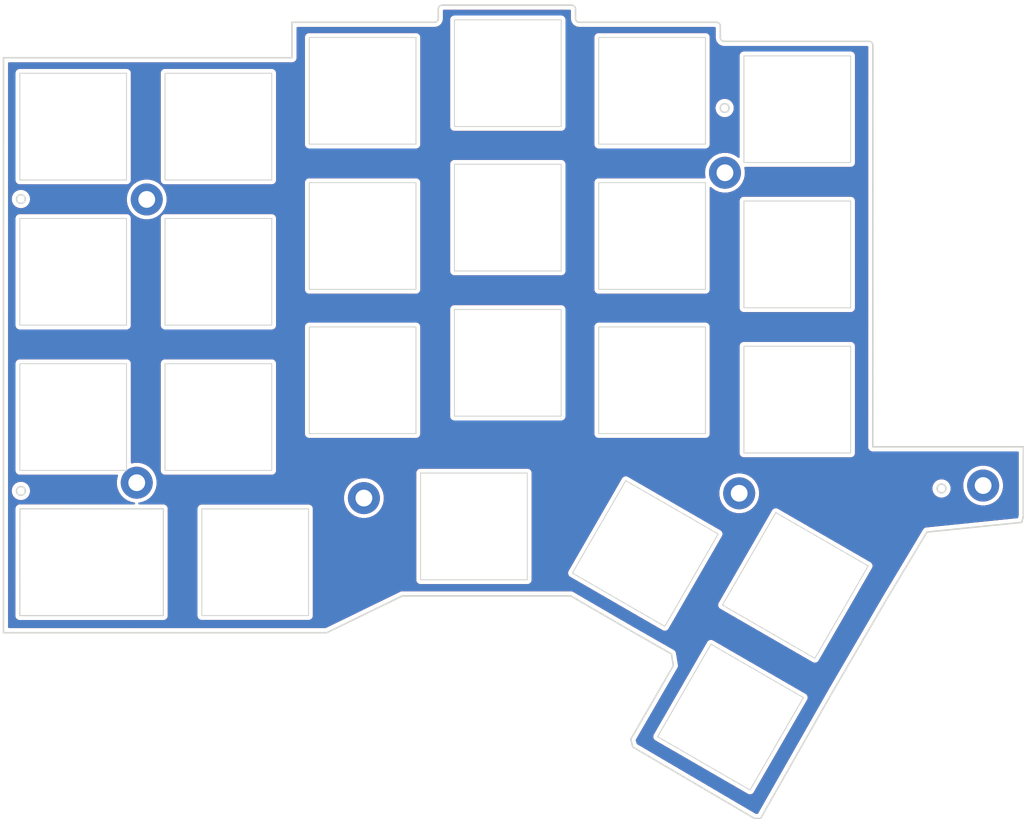
<source format=kicad_pcb>
(kicad_pcb (version 20171130) (host pcbnew "(5.1.6-0-10_14)")

  (general
    (thickness 1.6)
    (drawings 55)
    (tracks 0)
    (zones 0)
    (modules 29)
    (nets 1)
  )

  (page A4)
  (title_block
    (title "Corne Top Plate")
    (date 2018-12-09)
    (rev 2.1)
    (company foostan)
  )

  (layers
    (0 F.Cu signal)
    (31 B.Cu signal)
    (32 B.Adhes user)
    (33 F.Adhes user)
    (34 B.Paste user)
    (35 F.Paste user)
    (36 B.SilkS user)
    (37 F.SilkS user)
    (38 B.Mask user)
    (39 F.Mask user)
    (40 Dwgs.User user)
    (41 Cmts.User user)
    (42 Eco1.User user)
    (43 Eco2.User user)
    (44 Edge.Cuts user)
    (45 Margin user)
    (46 B.CrtYd user)
    (47 F.CrtYd user)
    (48 B.Fab user)
    (49 F.Fab user)
  )

  (setup
    (last_trace_width 0.25)
    (user_trace_width 0.2)
    (user_trace_width 0.5)
    (trace_clearance 0.2)
    (zone_clearance 0.508)
    (zone_45_only no)
    (trace_min 0.2)
    (via_size 0.6)
    (via_drill 0.4)
    (via_min_size 0.4)
    (via_min_drill 0.3)
    (uvia_size 0.3)
    (uvia_drill 0.1)
    (uvias_allowed no)
    (uvia_min_size 0.2)
    (uvia_min_drill 0.1)
    (edge_width 0.15)
    (segment_width 0.1)
    (pcb_text_width 0.3)
    (pcb_text_size 1.5 1.5)
    (mod_edge_width 0.15)
    (mod_text_size 1 1)
    (mod_text_width 0.15)
    (pad_size 4.2 4.2)
    (pad_drill 2.2)
    (pad_to_mask_clearance 0.2)
    (aux_axis_origin 174 65.7)
    (grid_origin 70.01 77.125)
    (visible_elements FFFFFF7F)
    (pcbplotparams
      (layerselection 0x010f0_ffffffff)
      (usegerberextensions false)
      (usegerberattributes true)
      (usegerberadvancedattributes true)
      (creategerberjobfile false)
      (excludeedgelayer true)
      (linewidth 0.100000)
      (plotframeref false)
      (viasonmask false)
      (mode 1)
      (useauxorigin false)
      (hpglpennumber 1)
      (hpglpenspeed 20)
      (hpglpendiameter 15.000000)
      (psnegative false)
      (psa4output false)
      (plotreference true)
      (plotvalue true)
      (plotinvisibletext false)
      (padsonsilk false)
      (subtractmaskfromsilk false)
      (outputformat 1)
      (mirror false)
      (drillshape 0)
      (scaleselection 1)
      (outputdirectory "gerber/"))
  )

  (net 0 "")

  (net_class Default "これは標準のネット クラスです。"
    (clearance 0.2)
    (trace_width 0.25)
    (via_dia 0.6)
    (via_drill 0.4)
    (uvia_dia 0.3)
    (uvia_drill 0.1)
  )

  (module kbd:SW_Hole (layer F.Cu) (tedit 5F1B7F65) (tstamp 5F7575EF)
    (at 113.952 107.632 240)
    (fp_text reference SW2 (at 7 8.1 60) (layer F.SilkS) hide
      (effects (font (size 1 1) (thickness 0.15)))
    )
    (fp_text value KEY_SWITCH (at -7.4 -8.1 60) (layer F.Fab) hide
      (effects (font (size 1 1) (thickness 0.15)))
    )
    (fp_line (start 7 -7) (end -7 -7) (layer Edge.Cuts) (width 0.12))
    (fp_line (start 7 7) (end 7 -7) (layer Edge.Cuts) (width 0.12))
    (fp_line (start -7 7) (end 7 7) (layer Edge.Cuts) (width 0.12))
    (fp_line (start -7 -7) (end -7 7) (layer Edge.Cuts) (width 0.12))
    (fp_line (start 9.525 -9.525) (end -9.525 -9.525) (layer F.Fab) (width 0.15))
    (fp_line (start -9.525 -9.525) (end -9.525 9.525) (layer F.Fab) (width 0.15))
    (fp_line (start -9.525 9.525) (end 9.525 9.525) (layer F.Fab) (width 0.15))
    (fp_line (start 9.525 9.525) (end 9.525 -9.525) (layer F.Fab) (width 0.15))
  )

  (module kbd:SW_Hole (layer F.Cu) (tedit 5F1B7F65) (tstamp 5F7575EF)
    (at 122.461 90.36 240)
    (fp_text reference SW2 (at 7 8.1 60) (layer F.SilkS) hide
      (effects (font (size 1 1) (thickness 0.15)))
    )
    (fp_text value KEY_SWITCH (at -7.4 -8.1 60) (layer F.Fab) hide
      (effects (font (size 1 1) (thickness 0.15)))
    )
    (fp_line (start 7 -7) (end -7 -7) (layer Edge.Cuts) (width 0.12))
    (fp_line (start 7 7) (end 7 -7) (layer Edge.Cuts) (width 0.12))
    (fp_line (start -7 7) (end 7 7) (layer Edge.Cuts) (width 0.12))
    (fp_line (start -7 -7) (end -7 7) (layer Edge.Cuts) (width 0.12))
    (fp_line (start 9.525 -9.525) (end -9.525 -9.525) (layer F.Fab) (width 0.15))
    (fp_line (start -9.525 -9.525) (end -9.525 9.525) (layer F.Fab) (width 0.15))
    (fp_line (start -9.525 9.525) (end 9.525 9.525) (layer F.Fab) (width 0.15))
    (fp_line (start 9.525 9.525) (end 9.525 -9.525) (layer F.Fab) (width 0.15))
  )

  (module kbd:SW_Hole (layer F.Cu) (tedit 5F1B7F65) (tstamp 5F7575EF)
    (at 102.776 86.169 240)
    (fp_text reference SW2 (at 7 8.1 60) (layer F.SilkS) hide
      (effects (font (size 1 1) (thickness 0.15)))
    )
    (fp_text value KEY_SWITCH (at -7.4 -8.1 60) (layer F.Fab) hide
      (effects (font (size 1 1) (thickness 0.15)))
    )
    (fp_line (start 7 -7) (end -7 -7) (layer Edge.Cuts) (width 0.12))
    (fp_line (start 7 7) (end 7 -7) (layer Edge.Cuts) (width 0.12))
    (fp_line (start -7 7) (end 7 7) (layer Edge.Cuts) (width 0.12))
    (fp_line (start -7 -7) (end -7 7) (layer Edge.Cuts) (width 0.12))
    (fp_line (start 9.525 -9.525) (end -9.525 -9.525) (layer F.Fab) (width 0.15))
    (fp_line (start -9.525 -9.525) (end -9.525 9.525) (layer F.Fab) (width 0.15))
    (fp_line (start -9.525 9.525) (end 9.525 9.525) (layer F.Fab) (width 0.15))
    (fp_line (start 9.525 9.525) (end 9.525 -9.525) (layer F.Fab) (width 0.15))
  )

  (module kbd:SW_Hole (layer F.Cu) (tedit 5F1B7F65) (tstamp 5F7574E6)
    (at 103.665 25.463)
    (fp_text reference SW2 (at 7 8.1) (layer F.SilkS) hide
      (effects (font (size 1 1) (thickness 0.15)))
    )
    (fp_text value KEY_SWITCH (at -7.4 -8.1) (layer F.Fab) hide
      (effects (font (size 1 1) (thickness 0.15)))
    )
    (fp_line (start 7 -7) (end -7 -7) (layer Edge.Cuts) (width 0.12))
    (fp_line (start 7 7) (end 7 -7) (layer Edge.Cuts) (width 0.12))
    (fp_line (start -7 7) (end 7 7) (layer Edge.Cuts) (width 0.12))
    (fp_line (start -7 -7) (end -7 7) (layer Edge.Cuts) (width 0.12))
    (fp_line (start 9.525 -9.525) (end -9.525 -9.525) (layer F.Fab) (width 0.15))
    (fp_line (start -9.525 -9.525) (end -9.525 9.525) (layer F.Fab) (width 0.15))
    (fp_line (start -9.525 9.525) (end 9.525 9.525) (layer F.Fab) (width 0.15))
    (fp_line (start 9.525 9.525) (end 9.525 -9.525) (layer F.Fab) (width 0.15))
  )

  (module kbd:SW_Hole (layer F.Cu) (tedit 5F1B7F65) (tstamp 5F7574E6)
    (at 103.665 44.513)
    (fp_text reference SW2 (at 7 8.1) (layer F.SilkS) hide
      (effects (font (size 1 1) (thickness 0.15)))
    )
    (fp_text value KEY_SWITCH (at -7.4 -8.1) (layer F.Fab) hide
      (effects (font (size 1 1) (thickness 0.15)))
    )
    (fp_line (start 7 -7) (end -7 -7) (layer Edge.Cuts) (width 0.12))
    (fp_line (start 7 7) (end 7 -7) (layer Edge.Cuts) (width 0.12))
    (fp_line (start -7 7) (end 7 7) (layer Edge.Cuts) (width 0.12))
    (fp_line (start -7 -7) (end -7 7) (layer Edge.Cuts) (width 0.12))
    (fp_line (start 9.525 -9.525) (end -9.525 -9.525) (layer F.Fab) (width 0.15))
    (fp_line (start -9.525 -9.525) (end -9.525 9.525) (layer F.Fab) (width 0.15))
    (fp_line (start -9.525 9.525) (end 9.525 9.525) (layer F.Fab) (width 0.15))
    (fp_line (start 9.525 9.525) (end 9.525 -9.525) (layer F.Fab) (width 0.15))
  )

  (module kbd:SW_Hole (layer F.Cu) (tedit 5F1B7F65) (tstamp 5F7574E6)
    (at 103.665 63.436)
    (fp_text reference SW2 (at 7 8.1) (layer F.SilkS) hide
      (effects (font (size 1 1) (thickness 0.15)))
    )
    (fp_text value KEY_SWITCH (at -7.4 -8.1) (layer F.Fab) hide
      (effects (font (size 1 1) (thickness 0.15)))
    )
    (fp_line (start 7 -7) (end -7 -7) (layer Edge.Cuts) (width 0.12))
    (fp_line (start 7 7) (end 7 -7) (layer Edge.Cuts) (width 0.12))
    (fp_line (start -7 7) (end 7 7) (layer Edge.Cuts) (width 0.12))
    (fp_line (start -7 -7) (end -7 7) (layer Edge.Cuts) (width 0.12))
    (fp_line (start 9.525 -9.525) (end -9.525 -9.525) (layer F.Fab) (width 0.15))
    (fp_line (start -9.525 -9.525) (end -9.525 9.525) (layer F.Fab) (width 0.15))
    (fp_line (start -9.525 9.525) (end 9.525 9.525) (layer F.Fab) (width 0.15))
    (fp_line (start 9.525 9.525) (end 9.525 -9.525) (layer F.Fab) (width 0.15))
  )

  (module kbd:SW_Hole (layer F.Cu) (tedit 5F1B7F65) (tstamp 5F7574E6)
    (at 84.742 61.15)
    (fp_text reference SW2 (at 7 8.1) (layer F.SilkS) hide
      (effects (font (size 1 1) (thickness 0.15)))
    )
    (fp_text value KEY_SWITCH (at -7.4 -8.1) (layer F.Fab) hide
      (effects (font (size 1 1) (thickness 0.15)))
    )
    (fp_line (start 7 -7) (end -7 -7) (layer Edge.Cuts) (width 0.12))
    (fp_line (start 7 7) (end 7 -7) (layer Edge.Cuts) (width 0.12))
    (fp_line (start -7 7) (end 7 7) (layer Edge.Cuts) (width 0.12))
    (fp_line (start -7 -7) (end -7 7) (layer Edge.Cuts) (width 0.12))
    (fp_line (start 9.525 -9.525) (end -9.525 -9.525) (layer F.Fab) (width 0.15))
    (fp_line (start -9.525 -9.525) (end -9.525 9.525) (layer F.Fab) (width 0.15))
    (fp_line (start -9.525 9.525) (end 9.525 9.525) (layer F.Fab) (width 0.15))
    (fp_line (start 9.525 9.525) (end 9.525 -9.525) (layer F.Fab) (width 0.15))
  )

  (module kbd:SW_Hole (layer F.Cu) (tedit 5F1B7F65) (tstamp 5F7574E6)
    (at 84.742 42.1)
    (fp_text reference SW2 (at 7 8.1) (layer F.SilkS) hide
      (effects (font (size 1 1) (thickness 0.15)))
    )
    (fp_text value KEY_SWITCH (at -7.4 -8.1) (layer F.Fab) hide
      (effects (font (size 1 1) (thickness 0.15)))
    )
    (fp_line (start 7 -7) (end -7 -7) (layer Edge.Cuts) (width 0.12))
    (fp_line (start 7 7) (end 7 -7) (layer Edge.Cuts) (width 0.12))
    (fp_line (start -7 7) (end 7 7) (layer Edge.Cuts) (width 0.12))
    (fp_line (start -7 -7) (end -7 7) (layer Edge.Cuts) (width 0.12))
    (fp_line (start 9.525 -9.525) (end -9.525 -9.525) (layer F.Fab) (width 0.15))
    (fp_line (start -9.525 -9.525) (end -9.525 9.525) (layer F.Fab) (width 0.15))
    (fp_line (start -9.525 9.525) (end 9.525 9.525) (layer F.Fab) (width 0.15))
    (fp_line (start 9.525 9.525) (end 9.525 -9.525) (layer F.Fab) (width 0.15))
  )

  (module kbd:SW_Hole (layer F.Cu) (tedit 5F1B7F65) (tstamp 5F7574E6)
    (at 84.742 23.15)
    (fp_text reference SW2 (at 7 8.1) (layer F.SilkS) hide
      (effects (font (size 1 1) (thickness 0.15)))
    )
    (fp_text value KEY_SWITCH (at -7.4 -8.1) (layer F.Fab) hide
      (effects (font (size 1 1) (thickness 0.15)))
    )
    (fp_line (start 7 -7) (end -7 -7) (layer Edge.Cuts) (width 0.12))
    (fp_line (start 7 7) (end 7 -7) (layer Edge.Cuts) (width 0.12))
    (fp_line (start -7 7) (end 7 7) (layer Edge.Cuts) (width 0.12))
    (fp_line (start -7 -7) (end -7 7) (layer Edge.Cuts) (width 0.12))
    (fp_line (start 9.525 -9.525) (end -9.525 -9.525) (layer F.Fab) (width 0.15))
    (fp_line (start -9.525 -9.525) (end -9.525 9.525) (layer F.Fab) (width 0.15))
    (fp_line (start -9.525 9.525) (end 9.525 9.525) (layer F.Fab) (width 0.15))
    (fp_line (start 9.525 9.525) (end 9.525 -9.525) (layer F.Fab) (width 0.15))
  )

  (module kbd:SW_Hole (layer F.Cu) (tedit 5F1B7F65) (tstamp 5F7574E6)
    (at 65.692 63.436)
    (fp_text reference SW2 (at 7 8.1) (layer F.SilkS) hide
      (effects (font (size 1 1) (thickness 0.15)))
    )
    (fp_text value KEY_SWITCH (at -7.4 -8.1) (layer F.Fab) hide
      (effects (font (size 1 1) (thickness 0.15)))
    )
    (fp_line (start 7 -7) (end -7 -7) (layer Edge.Cuts) (width 0.12))
    (fp_line (start 7 7) (end 7 -7) (layer Edge.Cuts) (width 0.12))
    (fp_line (start -7 7) (end 7 7) (layer Edge.Cuts) (width 0.12))
    (fp_line (start -7 -7) (end -7 7) (layer Edge.Cuts) (width 0.12))
    (fp_line (start 9.525 -9.525) (end -9.525 -9.525) (layer F.Fab) (width 0.15))
    (fp_line (start -9.525 -9.525) (end -9.525 9.525) (layer F.Fab) (width 0.15))
    (fp_line (start -9.525 9.525) (end 9.525 9.525) (layer F.Fab) (width 0.15))
    (fp_line (start 9.525 9.525) (end 9.525 -9.525) (layer F.Fab) (width 0.15))
  )

  (module kbd:SW_Hole (layer F.Cu) (tedit 5F1B7F65) (tstamp 5F7574E6)
    (at 65.692 44.513)
    (fp_text reference SW2 (at 7 8.1) (layer F.SilkS) hide
      (effects (font (size 1 1) (thickness 0.15)))
    )
    (fp_text value KEY_SWITCH (at -7.4 -8.1) (layer F.Fab) hide
      (effects (font (size 1 1) (thickness 0.15)))
    )
    (fp_line (start 7 -7) (end -7 -7) (layer Edge.Cuts) (width 0.12))
    (fp_line (start 7 7) (end 7 -7) (layer Edge.Cuts) (width 0.12))
    (fp_line (start -7 7) (end 7 7) (layer Edge.Cuts) (width 0.12))
    (fp_line (start -7 -7) (end -7 7) (layer Edge.Cuts) (width 0.12))
    (fp_line (start 9.525 -9.525) (end -9.525 -9.525) (layer F.Fab) (width 0.15))
    (fp_line (start -9.525 -9.525) (end -9.525 9.525) (layer F.Fab) (width 0.15))
    (fp_line (start -9.525 9.525) (end 9.525 9.525) (layer F.Fab) (width 0.15))
    (fp_line (start 9.525 9.525) (end 9.525 -9.525) (layer F.Fab) (width 0.15))
  )

  (module kbd:SW_Hole (layer F.Cu) (tedit 5F1B7F65) (tstamp 5F7574E6)
    (at 65.692 25.463)
    (fp_text reference SW2 (at 7 8.1) (layer F.SilkS) hide
      (effects (font (size 1 1) (thickness 0.15)))
    )
    (fp_text value KEY_SWITCH (at -7.4 -8.1) (layer F.Fab) hide
      (effects (font (size 1 1) (thickness 0.15)))
    )
    (fp_line (start 7 -7) (end -7 -7) (layer Edge.Cuts) (width 0.12))
    (fp_line (start 7 7) (end 7 -7) (layer Edge.Cuts) (width 0.12))
    (fp_line (start -7 7) (end 7 7) (layer Edge.Cuts) (width 0.12))
    (fp_line (start -7 -7) (end -7 7) (layer Edge.Cuts) (width 0.12))
    (fp_line (start 9.525 -9.525) (end -9.525 -9.525) (layer F.Fab) (width 0.15))
    (fp_line (start -9.525 -9.525) (end -9.525 9.525) (layer F.Fab) (width 0.15))
    (fp_line (start -9.525 9.525) (end 9.525 9.525) (layer F.Fab) (width 0.15))
    (fp_line (start 9.525 9.525) (end 9.525 -9.525) (layer F.Fab) (width 0.15))
  )

  (module kbd:SW_Hole (layer F.Cu) (tedit 5F1B7F65) (tstamp 5F756D33)
    (at 51.595 87.312)
    (fp_text reference SW2 (at 7 8.1) (layer F.SilkS) hide
      (effects (font (size 1 1) (thickness 0.15)))
    )
    (fp_text value KEY_SWITCH (at -7.4 -8.1) (layer F.Fab) hide
      (effects (font (size 1 1) (thickness 0.15)))
    )
    (fp_line (start 7 -7) (end -7 -7) (layer Edge.Cuts) (width 0.12))
    (fp_line (start 7 7) (end 7 -7) (layer Edge.Cuts) (width 0.12))
    (fp_line (start -7 7) (end 7 7) (layer Edge.Cuts) (width 0.12))
    (fp_line (start -7 -7) (end -7 7) (layer Edge.Cuts) (width 0.12))
    (fp_line (start 9.525 -9.525) (end -9.525 -9.525) (layer F.Fab) (width 0.15))
    (fp_line (start -9.525 -9.525) (end -9.525 9.525) (layer F.Fab) (width 0.15))
    (fp_line (start -9.525 9.525) (end 9.525 9.525) (layer F.Fab) (width 0.15))
    (fp_line (start 9.525 9.525) (end 9.525 -9.525) (layer F.Fab) (width 0.15))
  )

  (module kbd:SW_Hole (layer F.Cu) (tedit 5F1B7F65) (tstamp 5F756D33)
    (at 80.297 82.613)
    (fp_text reference SW2 (at 7 8.1) (layer F.SilkS) hide
      (effects (font (size 1 1) (thickness 0.15)))
    )
    (fp_text value KEY_SWITCH (at -7.4 -8.1) (layer F.Fab) hide
      (effects (font (size 1 1) (thickness 0.15)))
    )
    (fp_line (start 7 -7) (end -7 -7) (layer Edge.Cuts) (width 0.12))
    (fp_line (start 7 7) (end 7 -7) (layer Edge.Cuts) (width 0.12))
    (fp_line (start -7 7) (end 7 7) (layer Edge.Cuts) (width 0.12))
    (fp_line (start -7 -7) (end -7 7) (layer Edge.Cuts) (width 0.12))
    (fp_line (start 9.525 -9.525) (end -9.525 -9.525) (layer F.Fab) (width 0.15))
    (fp_line (start -9.525 -9.525) (end -9.525 9.525) (layer F.Fab) (width 0.15))
    (fp_line (start -9.525 9.525) (end 9.525 9.525) (layer F.Fab) (width 0.15))
    (fp_line (start 9.525 9.525) (end 9.525 -9.525) (layer F.Fab) (width 0.15))
  )

  (module kbd:SW_Hole (layer F.Cu) (tedit 5F1B7F65) (tstamp 5F756D33)
    (at 122.715 65.976)
    (fp_text reference SW2 (at 7 8.1) (layer F.SilkS) hide
      (effects (font (size 1 1) (thickness 0.15)))
    )
    (fp_text value KEY_SWITCH (at -7.4 -8.1) (layer F.Fab) hide
      (effects (font (size 1 1) (thickness 0.15)))
    )
    (fp_line (start 7 -7) (end -7 -7) (layer Edge.Cuts) (width 0.12))
    (fp_line (start 7 7) (end 7 -7) (layer Edge.Cuts) (width 0.12))
    (fp_line (start -7 7) (end 7 7) (layer Edge.Cuts) (width 0.12))
    (fp_line (start -7 -7) (end -7 7) (layer Edge.Cuts) (width 0.12))
    (fp_line (start 9.525 -9.525) (end -9.525 -9.525) (layer F.Fab) (width 0.15))
    (fp_line (start -9.525 -9.525) (end -9.525 9.525) (layer F.Fab) (width 0.15))
    (fp_line (start -9.525 9.525) (end 9.525 9.525) (layer F.Fab) (width 0.15))
    (fp_line (start 9.525 9.525) (end 9.525 -9.525) (layer F.Fab) (width 0.15))
  )

  (module kbd:SW_Hole (layer F.Cu) (tedit 5F1B7F65) (tstamp 5F756D33)
    (at 122.715 46.926)
    (fp_text reference SW2 (at 7 8.1) (layer F.SilkS) hide
      (effects (font (size 1 1) (thickness 0.15)))
    )
    (fp_text value KEY_SWITCH (at -7.4 -8.1) (layer F.Fab) hide
      (effects (font (size 1 1) (thickness 0.15)))
    )
    (fp_line (start 7 -7) (end -7 -7) (layer Edge.Cuts) (width 0.12))
    (fp_line (start 7 7) (end 7 -7) (layer Edge.Cuts) (width 0.12))
    (fp_line (start -7 7) (end 7 7) (layer Edge.Cuts) (width 0.12))
    (fp_line (start -7 -7) (end -7 7) (layer Edge.Cuts) (width 0.12))
    (fp_line (start 9.525 -9.525) (end -9.525 -9.525) (layer F.Fab) (width 0.15))
    (fp_line (start -9.525 -9.525) (end -9.525 9.525) (layer F.Fab) (width 0.15))
    (fp_line (start -9.525 9.525) (end 9.525 9.525) (layer F.Fab) (width 0.15))
    (fp_line (start 9.525 9.525) (end 9.525 -9.525) (layer F.Fab) (width 0.15))
  )

  (module kbd:SW_Hole (layer F.Cu) (tedit 5F1B7F65) (tstamp 5F756D33)
    (at 122.715 27.876)
    (fp_text reference SW2 (at 7 8.1) (layer F.SilkS) hide
      (effects (font (size 1 1) (thickness 0.15)))
    )
    (fp_text value KEY_SWITCH (at -7.4 -8.1) (layer F.Fab) hide
      (effects (font (size 1 1) (thickness 0.15)))
    )
    (fp_line (start 7 -7) (end -7 -7) (layer Edge.Cuts) (width 0.12))
    (fp_line (start 7 7) (end 7 -7) (layer Edge.Cuts) (width 0.12))
    (fp_line (start -7 7) (end 7 7) (layer Edge.Cuts) (width 0.12))
    (fp_line (start -7 -7) (end -7 7) (layer Edge.Cuts) (width 0.12))
    (fp_line (start 9.525 -9.525) (end -9.525 -9.525) (layer F.Fab) (width 0.15))
    (fp_line (start -9.525 -9.525) (end -9.525 9.525) (layer F.Fab) (width 0.15))
    (fp_line (start -9.525 9.525) (end 9.525 9.525) (layer F.Fab) (width 0.15))
    (fp_line (start 9.525 9.525) (end 9.525 -9.525) (layer F.Fab) (width 0.15))
  )

  (module kbd:SW_Hole (layer F.Cu) (tedit 5F1B7F65) (tstamp 5F755EF2)
    (at 46.769 68.262)
    (fp_text reference SW2 (at 7 8.1) (layer F.SilkS) hide
      (effects (font (size 1 1) (thickness 0.15)))
    )
    (fp_text value KEY_SWITCH (at -7.4 -8.1) (layer F.Fab) hide
      (effects (font (size 1 1) (thickness 0.15)))
    )
    (fp_line (start 7 -7) (end -7 -7) (layer Edge.Cuts) (width 0.12))
    (fp_line (start 7 7) (end 7 -7) (layer Edge.Cuts) (width 0.12))
    (fp_line (start -7 7) (end 7 7) (layer Edge.Cuts) (width 0.12))
    (fp_line (start -7 -7) (end -7 7) (layer Edge.Cuts) (width 0.12))
    (fp_line (start 9.525 -9.525) (end -9.525 -9.525) (layer F.Fab) (width 0.15))
    (fp_line (start -9.525 -9.525) (end -9.525 9.525) (layer F.Fab) (width 0.15))
    (fp_line (start -9.525 9.525) (end 9.525 9.525) (layer F.Fab) (width 0.15))
    (fp_line (start 9.525 9.525) (end 9.525 -9.525) (layer F.Fab) (width 0.15))
  )

  (module kbd:SW_Hole (layer F.Cu) (tedit 5F1B7F65) (tstamp 5F755EF2)
    (at 27.719 68.262)
    (fp_text reference SW2 (at 7 8.1) (layer F.SilkS) hide
      (effects (font (size 1 1) (thickness 0.15)))
    )
    (fp_text value KEY_SWITCH (at -7.4 -8.1) (layer F.Fab) hide
      (effects (font (size 1 1) (thickness 0.15)))
    )
    (fp_line (start 7 -7) (end -7 -7) (layer Edge.Cuts) (width 0.12))
    (fp_line (start 7 7) (end 7 -7) (layer Edge.Cuts) (width 0.12))
    (fp_line (start -7 7) (end 7 7) (layer Edge.Cuts) (width 0.12))
    (fp_line (start -7 -7) (end -7 7) (layer Edge.Cuts) (width 0.12))
    (fp_line (start 9.525 -9.525) (end -9.525 -9.525) (layer F.Fab) (width 0.15))
    (fp_line (start -9.525 -9.525) (end -9.525 9.525) (layer F.Fab) (width 0.15))
    (fp_line (start -9.525 9.525) (end 9.525 9.525) (layer F.Fab) (width 0.15))
    (fp_line (start 9.525 9.525) (end 9.525 -9.525) (layer F.Fab) (width 0.15))
  )

  (module kbd:SW_Hole (layer F.Cu) (tedit 5F1B7F65) (tstamp 5F755D0F)
    (at 46.769 49.212)
    (fp_text reference SW2 (at 7 8.1) (layer F.SilkS) hide
      (effects (font (size 1 1) (thickness 0.15)))
    )
    (fp_text value KEY_SWITCH (at -7.4 -8.1) (layer F.Fab) hide
      (effects (font (size 1 1) (thickness 0.15)))
    )
    (fp_line (start 7 -7) (end -7 -7) (layer Edge.Cuts) (width 0.12))
    (fp_line (start 7 7) (end 7 -7) (layer Edge.Cuts) (width 0.12))
    (fp_line (start -7 7) (end 7 7) (layer Edge.Cuts) (width 0.12))
    (fp_line (start -7 -7) (end -7 7) (layer Edge.Cuts) (width 0.12))
    (fp_line (start 9.525 -9.525) (end -9.525 -9.525) (layer F.Fab) (width 0.15))
    (fp_line (start -9.525 -9.525) (end -9.525 9.525) (layer F.Fab) (width 0.15))
    (fp_line (start -9.525 9.525) (end 9.525 9.525) (layer F.Fab) (width 0.15))
    (fp_line (start 9.525 9.525) (end 9.525 -9.525) (layer F.Fab) (width 0.15))
  )

  (module kbd:SW_Hole (layer F.Cu) (tedit 5F1B7F65) (tstamp 5F755D0F)
    (at 27.719 49.212)
    (fp_text reference SW2 (at 7 8.1) (layer F.SilkS) hide
      (effects (font (size 1 1) (thickness 0.15)))
    )
    (fp_text value KEY_SWITCH (at -7.4 -8.1) (layer F.Fab) hide
      (effects (font (size 1 1) (thickness 0.15)))
    )
    (fp_line (start 7 -7) (end -7 -7) (layer Edge.Cuts) (width 0.12))
    (fp_line (start 7 7) (end 7 -7) (layer Edge.Cuts) (width 0.12))
    (fp_line (start -7 7) (end 7 7) (layer Edge.Cuts) (width 0.12))
    (fp_line (start -7 -7) (end -7 7) (layer Edge.Cuts) (width 0.12))
    (fp_line (start 9.525 -9.525) (end -9.525 -9.525) (layer F.Fab) (width 0.15))
    (fp_line (start -9.525 -9.525) (end -9.525 9.525) (layer F.Fab) (width 0.15))
    (fp_line (start -9.525 9.525) (end 9.525 9.525) (layer F.Fab) (width 0.15))
    (fp_line (start 9.525 9.525) (end 9.525 -9.525) (layer F.Fab) (width 0.15))
  )

  (module kbd:SW_Hole (layer F.Cu) (tedit 5F1B7F65) (tstamp 5F755D0F)
    (at 46.769 30.162)
    (fp_text reference SW2 (at 7 8.1) (layer F.SilkS) hide
      (effects (font (size 1 1) (thickness 0.15)))
    )
    (fp_text value KEY_SWITCH (at -7.4 -8.1) (layer F.Fab) hide
      (effects (font (size 1 1) (thickness 0.15)))
    )
    (fp_line (start 7 -7) (end -7 -7) (layer Edge.Cuts) (width 0.12))
    (fp_line (start 7 7) (end 7 -7) (layer Edge.Cuts) (width 0.12))
    (fp_line (start -7 7) (end 7 7) (layer Edge.Cuts) (width 0.12))
    (fp_line (start -7 -7) (end -7 7) (layer Edge.Cuts) (width 0.12))
    (fp_line (start 9.525 -9.525) (end -9.525 -9.525) (layer F.Fab) (width 0.15))
    (fp_line (start -9.525 -9.525) (end -9.525 9.525) (layer F.Fab) (width 0.15))
    (fp_line (start -9.525 9.525) (end 9.525 9.525) (layer F.Fab) (width 0.15))
    (fp_line (start 9.525 9.525) (end 9.525 -9.525) (layer F.Fab) (width 0.15))
  )

  (module kbd:SW_Hole (layer F.Cu) (tedit 5F1B7F65) (tstamp 5F755D0F)
    (at 27.719 30.162)
    (fp_text reference SW2 (at 7 8.1) (layer F.SilkS) hide
      (effects (font (size 1 1) (thickness 0.15)))
    )
    (fp_text value KEY_SWITCH (at -7.4 -8.1) (layer F.Fab) hide
      (effects (font (size 1 1) (thickness 0.15)))
    )
    (fp_line (start 7 -7) (end -7 -7) (layer Edge.Cuts) (width 0.12))
    (fp_line (start 7 7) (end 7 -7) (layer Edge.Cuts) (width 0.12))
    (fp_line (start -7 7) (end 7 7) (layer Edge.Cuts) (width 0.12))
    (fp_line (start -7 -7) (end -7 7) (layer Edge.Cuts) (width 0.12))
    (fp_line (start 9.525 -9.525) (end -9.525 -9.525) (layer F.Fab) (width 0.15))
    (fp_line (start -9.525 -9.525) (end -9.525 9.525) (layer F.Fab) (width 0.15))
    (fp_line (start -9.525 9.525) (end 9.525 9.525) (layer F.Fab) (width 0.15))
    (fp_line (start 9.525 9.525) (end 9.525 -9.525) (layer F.Fab) (width 0.15))
  )

  (module kbd:M2_HOLE_v2 (layer F.Cu) (tedit 5F747FD3) (tstamp 5F753FDA)
    (at 36.0595 76.878)
    (descr "Mounting Hole 2.2mm, no annular, M2")
    (tags "mounting hole 2.2mm no annular m2")
    (attr virtual)
    (fp_text reference Ref** (at -0.95 -0.55) (layer F.Fab) hide
      (effects (font (size 1 1) (thickness 0.15)))
    )
    (fp_text value Val** (at 0 0.55) (layer F.Fab) hide
      (effects (font (size 1 1) (thickness 0.15)))
    )
    (pad "" thru_hole circle (at 0 0) (size 4.2 4.2) (drill 2.2) (layers *.Cu *.Mask))
  )

  (module kbd:M2_HOLE_v2 (layer F.Cu) (tedit 5F747FE0) (tstamp 5F753FD6)
    (at 115.095 78.268)
    (descr "Mounting Hole 2.2mm, no annular, M2")
    (tags "mounting hole 2.2mm no annular m2")
    (attr virtual)
    (fp_text reference Ref** (at -0.95 -0.55) (layer F.Fab) hide
      (effects (font (size 1 1) (thickness 0.15)))
    )
    (fp_text value Val** (at 0 0.55) (layer F.Fab) hide
      (effects (font (size 1 1) (thickness 0.15)))
    )
    (pad "" thru_hole circle (at 0 0) (size 4.2 4.2) (drill 2.2) (layers *.Cu *.Mask))
  )

  (module kbd:M2_HOLE_v2 (layer F.Cu) (tedit 5F747FD9) (tstamp 5F753FD2)
    (at 65.8605 78.896)
    (descr "Mounting Hole 2.2mm, no annular, M2")
    (tags "mounting hole 2.2mm no annular m2")
    (attr virtual)
    (fp_text reference Ref** (at -0.95 -0.55) (layer F.Fab) hide
      (effects (font (size 1 1) (thickness 0.15)))
    )
    (fp_text value Val** (at 0 0.55) (layer F.Fab) hide
      (effects (font (size 1 1) (thickness 0.15)))
    )
    (pad "" thru_hole circle (at 0 0) (size 4.2 4.2) (drill 2.2) (layers *.Cu *.Mask))
  )

  (module kbd:M2_HOLE_v2 (layer F.Cu) (tedit 5F747FE7) (tstamp 5F753FCE)
    (at 113.2285 36.2135)
    (descr "Mounting Hole 2.2mm, no annular, M2")
    (tags "mounting hole 2.2mm no annular m2")
    (attr virtual)
    (fp_text reference Ref** (at -0.95 -0.55) (layer F.Fab) hide
      (effects (font (size 1 1) (thickness 0.15)))
    )
    (fp_text value Val** (at 0 0.55) (layer F.Fab) hide
      (effects (font (size 1 1) (thickness 0.15)))
    )
    (pad "" thru_hole circle (at 0 0) (size 4.2 4.2) (drill 2.2) (layers *.Cu *.Mask))
  )

  (module kbd:M2_HOLE_v2 (layer F.Cu) (tedit 5F747FC9) (tstamp 5F753FCA)
    (at 37.371 39.66)
    (descr "Mounting Hole 2.2mm, no annular, M2")
    (tags "mounting hole 2.2mm no annular m2")
    (attr virtual)
    (fp_text reference Ref** (at -0.95 -0.55) (layer F.Fab) hide
      (effects (font (size 1 1) (thickness 0.15)))
    )
    (fp_text value Val** (at 0 0.55) (layer F.Fab) hide
      (effects (font (size 1 1) (thickness 0.15)))
    )
    (pad "" thru_hole circle (at 0 0.0535) (size 4.2 4.2) (drill 2.2) (layers *.Cu *.Mask))
  )

  (module kbd:M2_HOLE_v2 (layer F.Cu) (tedit 5F747FF4) (tstamp 5F753FC6)
    (at 147.099 77.252)
    (descr "Mounting Hole 2.2mm, no annular, M2")
    (tags "mounting hole 2.2mm no annular m2")
    (attr virtual)
    (fp_text reference Ref** (at -0.95 -0.55) (layer F.Fab) hide
      (effects (font (size 1 1) (thickness 0.15)))
    )
    (fp_text value Val** (at 0 0.55) (layer F.Fab) hide
      (effects (font (size 1 1) (thickness 0.15)))
    )
    (pad "" thru_hole circle (at 0 0) (size 4.2 4.2) (drill 2.2) (layers *.Cu *.Mask))
  )

  (gr_line (start 20.719 94.312) (end 20.734 80.3) (layer Edge.Cuts) (width 0.15))
  (gr_line (start 39.545 94.312) (end 20.719 94.312) (layer Edge.Cuts) (width 0.15))
  (gr_line (start 39.545 80.312) (end 39.545 94.312) (layer Edge.Cuts) (width 0.15))
  (gr_line (start 20.734 80.3) (end 39.545 80.312) (layer Edge.Cuts) (width 0.15))
  (gr_line (start 75.620456 15.976126) (end 75.620456 14.726189) (layer Edge.Cuts) (width 0.2) (tstamp 5F7494F4))
  (gr_circle (center 141.638 77.633) (end 141.062 77.633) (layer Edge.Cuts) (width 0.2) (tstamp 5F753CF5))
  (gr_line (start 152.369784 81.198945) (end 152.179 82.078) (layer Edge.Cuts) (width 0.2) (tstamp 5F753CF4))
  (gr_line (start 139.733 83.348) (end 152.179 82.078) (layer Edge.Cuts) (width 0.2) (tstamp 5F753CF3))
  (gr_line (start 134.399 92.238) (end 139.733 83.348) (layer Edge.Cuts) (width 0.2) (tstamp 5F753CF2))
  (gr_line (start 152.369784 72.172) (end 152.369784 81.198945) (layer Edge.Cuts) (width 0.2) (tstamp 5F753CF1))
  (gr_line (start 152.369784 72.172) (end 132.621 72.172) (layer Edge.Cuts) (width 0.2) (tstamp 5F753CF0))
  (gr_line (start 94.120528 16.476252) (end 101.1575 16.476252) (layer Edge.Cuts) (width 0.2) (tstamp 5F752EA8))
  (gr_line (start 18.575 21.88) (end 18.575 21.372) (layer Edge.Cuts) (width 0.2) (tstamp 5F752EA7))
  (gr_line (start 18.575 21.372) (end 18.575 21.118) (layer Edge.Cuts) (width 0.2) (tstamp 5F752EA6))
  (gr_line (start 56.421 21.118) (end 56.421 16.546) (layer Edge.Cuts) (width 0.2) (tstamp 5F752EA5))
  (gr_line (start 56.421 16.546) (end 56.421 16.476252) (layer Edge.Cuts) (width 0.2) (tstamp 5F752EA4))
  (gr_line (start 56.421 16.476252) (end 63.2475 16.476252) (layer Edge.Cuts) (width 0.2) (tstamp 5F752EA3))
  (gr_line (start 18.575 96.556) (end 35.085 96.556) (layer Edge.Cuts) (width 0.2) (tstamp 5F752EA2))
  (gr_line (start 132.634005 19.474466) (end 132.621 72.172) (layer Edge.Cuts) (width 0.2) (tstamp 5F752E78))
  (gr_curve (pts (xy 132.634005 19.474466) (xy 132.634064 19.198331) (xy 132.410287 18.974419) (xy 132.134141 18.974345)) (layer Edge.Cuts) (width 0.2) (tstamp 5F752E77))
  (gr_line (start 75.118301 16.474729) (end 63.2475 16.476252) (layer Edge.Cuts) (width 0.2) (tstamp 5F752E76))
  (gr_curve (pts (xy 75.120335 16.476252) (xy 75.39648 16.476322) (xy 75.620387 16.252519) (xy 75.620456 15.976379)) (layer Edge.Cuts) (width 0.2) (tstamp 5F752E73))
  (gr_curve (pts (xy 75.620456 15.976379) (xy 75.620456 15.976295) (xy 75.620456 15.97621) (xy 75.620456 15.976126)) (layer Edge.Cuts) (width 0.2) (tstamp 5F752E72))
  (gr_curve (pts (xy 76.12033 14.226068) (xy 75.844184 14.226137) (xy 75.620387 14.450049) (xy 75.620456 14.726189)) (layer Edge.Cuts) (width 0.2) (tstamp 5F752E48))
  (gr_curve (pts (xy 93.620406 14.726194) (xy 93.620476 14.450054) (xy 93.396678 14.226137) (xy 93.120533 14.226068)) (layer Edge.Cuts) (width 0.2) (tstamp 5F752E46))
  (gr_curve (pts (xy 93.120533 14.226068) (xy 93.120533 14.226068) (xy 93.120533 14.226068) (xy 93.120533 14.226068)) (layer Edge.Cuts) (width 0.2) (tstamp 5F752E45))
  (gr_curve (pts (xy 93.620406 15.976126) (xy 93.620337 16.252266) (xy 93.844134 16.476183) (xy 94.12028 16.476252)) (layer Edge.Cuts) (width 0.2) (tstamp 5F752E44))
  (gr_curve (pts (xy 94.12028 16.476252) (xy 94.120359 16.476252) (xy 94.120448 16.476252) (xy 94.120528 16.476252)) (layer Edge.Cuts) (width 0.2) (tstamp 5F752E43))
  (gr_curve (pts (xy 112.620351 16.976126) (xy 112.620282 16.70008) (xy 112.396524 16.476322) (xy 112.120478 16.476252)) (layer Edge.Cuts) (width 0.2) (tstamp 5F752E42))
  (gr_curve (pts (xy 112.620351 18.476247) (xy 112.620421 18.752388) (xy 112.844328 18.97619) (xy 113.120473 18.976121)) (layer Edge.Cuts) (width 0.2) (tstamp 5F752E41))
  (gr_line (start 132.134141 18.974345) (end 113.119203 18.974087) (layer Edge.Cuts) (width 0.2) (tstamp 5F752E40))
  (gr_line (start 18.575 21.88) (end 18.573224 96.556) (layer Edge.Cuts) (width 0.2) (tstamp 5F752E3D))
  (gr_line (start 56.421 21.118) (end 18.575 21.119776) (layer Edge.Cuts) (width 0.2) (tstamp 5F752E3C))
  (gr_line (start 93.119263 14.224292) (end 76.11906 14.224292) (layer Edge.Cuts) (width 0.2) (tstamp 5F752E3B))
  (gr_line (start 93.619642 15.97435) (end 93.619642 14.724671) (layer Edge.Cuts) (width 0.2) (tstamp 5F752E3A))
  (gr_line (start 112.118444 16.474729) (end 101.1575 16.476252) (layer Edge.Cuts) (width 0.2) (tstamp 5F752E39))
  (gr_line (start 112.618823 18.473707) (end 112.618823 16.975109) (layer Edge.Cuts) (width 0.2) (tstamp 5F752E0F))
  (gr_circle (center 20.861 39.66) (end 20.285 39.66) (layer Edge.Cuts) (width 0.2) (tstamp 5F752E0E))
  (gr_circle (center 113.19 27.722) (end 112.614 27.722) (layer Edge.Cuts) (width 0.2) (tstamp 5F752DE0))
  (gr_circle (center 20.861 77.955) (end 20.285 77.955) (layer Edge.Cuts) (width 0.2) (tstamp 5F752DDF))
  (gr_line (start 86.647 91.73) (end 92.997 91.73) (layer Edge.Cuts) (width 0.2) (tstamp 5F752DAD))
  (gr_line (start 92.997 91.73) (end 100.871 96.302) (layer Edge.Cuts) (width 0.2) (tstamp 5F752DAC))
  (gr_line (start 100.871 96.302) (end 106.205 99.35) (layer Edge.Cuts) (width 0.2) (tstamp 5F752DAB))
  (gr_line (start 106.205 99.35) (end 106.459 100.874) (layer Edge.Cuts) (width 0.2) (tstamp 5F752DAA))
  (gr_line (start 106.459 100.874) (end 100.871 110.526) (layer Edge.Cuts) (width 0.2) (tstamp 5F752DA9))
  (gr_line (start 100.871 110.526) (end 101.125 111.542) (layer Edge.Cuts) (width 0.2) (tstamp 5F752DA8))
  (gr_line (start 101.125 111.542) (end 117.127 120.94) (layer Edge.Cuts) (width 0.2) (tstamp 5F752DA7))
  (gr_line (start 117.127 120.94) (end 117.889 120.94) (layer Edge.Cuts) (width 0.2) (tstamp 5F752DA6))
  (gr_line (start 117.889 120.94) (end 127.287 104.43) (layer Edge.Cuts) (width 0.2) (tstamp 5F752DA5))
  (gr_line (start 127.287 104.43) (end 134.399 92.238) (layer Edge.Cuts) (width 0.2) (tstamp 5F752DA4))
  (gr_line (start 35.085 96.556) (end 42.197 96.556) (layer Edge.Cuts) (width 0.2) (tstamp 5F752DA3))
  (gr_line (start 42.197 96.556) (end 60.739 96.556) (layer Edge.Cuts) (width 0.2) (tstamp 5F752DA2))
  (gr_line (start 60.739 96.556) (end 60.993 96.556) (layer Edge.Cuts) (width 0.2) (tstamp 5F752DA1))
  (gr_line (start 60.993 96.556) (end 70.899 91.73) (layer Edge.Cuts) (width 0.2) (tstamp 5F752DA0))
  (gr_line (start 70.899 91.73) (end 86.647 91.73) (layer Edge.Cuts) (width 0.2) (tstamp 5F752D9F))

  (zone (net 0) (net_name "") (layer B.Cu) (tstamp 5F749524) (hatch edge 0.508)
    (connect_pads (clearance 0.508))
    (min_thickness 0.254)
    (fill yes (arc_segments 32) (thermal_gap 0.508) (thermal_bridge_width 0.508))
    (polygon
      (pts
        (xy 93.632 14.514) (xy 93.632 16.038) (xy 94.14 16.419) (xy 94.394 16.546) (xy 112.047 16.419)
        (xy 112.555 16.673) (xy 112.682 17.181) (xy 112.682 18.451) (xy 112.809 18.832) (xy 113.063 18.959)
        (xy 132.113 18.959) (xy 132.494 19.086) (xy 132.621 19.467) (xy 132.621 72.172) (xy 152.306 72.172)
        (xy 152.433 81.189) (xy 152.179 82.078) (xy 139.733 83.348) (xy 117.889 120.94) (xy 117.127 120.94)
        (xy 101.125 111.542) (xy 100.871 110.526) (xy 106.459 100.874) (xy 106.205 99.35) (xy 92.997 91.73)
        (xy 70.899 91.73) (xy 60.993 96.556) (xy 18.575 96.556) (xy 18.575 21.118) (xy 56.421 21.118)
        (xy 56.421 16.419) (xy 75.217 16.419) (xy 75.598 16.165) (xy 75.598 14.514) (xy 75.852 14.26)
        (xy 93.505 14.26)
      )
    )
    (filled_polygon
      (pts
        (xy 92.884642 16.010454) (xy 92.895277 16.118434) (xy 92.910134 16.16741) (xy 92.95292 16.355741) (xy 92.957197 16.368599)
        (xy 92.959387 16.381963) (xy 92.979799 16.436544) (xy 92.998198 16.491854) (xy 93.004888 16.503631) (xy 93.009634 16.516321)
        (xy 93.04027 16.565915) (xy 93.069052 16.616581) (xy 93.077902 16.626834) (xy 93.085022 16.63836) (xy 93.091298 16.64648)
        (xy 93.223904 16.815567) (xy 93.231325 16.823331) (xy 93.237355 16.832213) (xy 93.280807 16.875102) (xy 93.323018 16.919266)
        (xy 93.331807 16.925442) (xy 93.339446 16.932982) (xy 93.390411 16.966622) (xy 93.440386 17.001738) (xy 93.450202 17.006087)
        (xy 93.459165 17.012003) (xy 93.468274 17.01673) (xy 93.661338 17.115214) (xy 93.708092 17.133562) (xy 93.753676 17.154619)
        (xy 93.774716 17.159707) (xy 93.79487 17.167616) (xy 93.844295 17.176533) (xy 93.893105 17.188336) (xy 93.903277 17.189692)
        (xy 93.966905 17.197724) (xy 93.976443 17.200617) (xy 94.084423 17.211252) (xy 101.121447 17.211252) (xy 101.121498 17.211257)
        (xy 101.15746 17.211252) (xy 101.193605 17.211252) (xy 101.193656 17.211247) (xy 111.883824 17.209761) (xy 111.883823 18.509811)
        (xy 111.894458 18.617791) (xy 111.911742 18.674767) (xy 111.953056 18.856198) (xy 111.95734 18.869054) (xy 111.959535 18.882411)
        (xy 111.979968 18.936965) (xy 111.998402 18.992288) (xy 112.0051 19.004066) (xy 112.009849 19.016744) (xy 112.0405 19.066308)
        (xy 112.069319 19.11698) (xy 112.078173 19.127227) (xy 112.085297 19.138747) (xy 112.091578 19.146863) (xy 112.224266 19.315883)
        (xy 112.231691 19.323644) (xy 112.237728 19.332526) (xy 112.281209 19.375401) (xy 112.323431 19.419532) (xy 112.332223 19.425703)
        (xy 112.33987 19.433244) (xy 112.390853 19.466858) (xy 112.440841 19.501947) (xy 112.450664 19.506293) (xy 112.459629 19.512204)
        (xy 112.468741 19.516927) (xy 112.661852 19.615313) (xy 112.70862 19.633639) (xy 112.754206 19.65467) (xy 112.775249 19.659747)
        (xy 112.795411 19.667648) (xy 112.844842 19.67654) (xy 112.893651 19.688317) (xy 112.903824 19.689669) (xy 113.028787 19.70538)
        (xy 113.051871 19.706011) (xy 113.083089 19.709086) (xy 113.164392 19.709087) (xy 113.17218 19.7093) (xy 113.173433 19.709087)
        (xy 131.898947 19.709341) (xy 131.88601 72.135795) (xy 131.882444 72.172) (xy 131.88985 72.247192) (xy 131.8966 72.315906)
        (xy 131.896626 72.315991) (xy 131.896635 72.316085) (xy 131.918484 72.388112) (xy 131.938594 72.454464) (xy 131.938635 72.454541)
        (xy 131.938663 72.454633) (xy 131.974013 72.520768) (xy 132.006812 72.582168) (xy 132.006869 72.582237) (xy 132.006913 72.58232)
        (xy 132.054336 72.640105) (xy 132.098634 72.694109) (xy 132.098702 72.694165) (xy 132.098762 72.694238) (xy 132.157057 72.74208)
        (xy 132.210529 72.785985) (xy 132.210606 72.786026) (xy 132.21068 72.786087) (xy 132.276681 72.821365) (xy 132.338199 72.854267)
        (xy 132.338285 72.854293) (xy 132.338367 72.854337) (xy 132.409417 72.87589) (xy 132.476737 72.896329) (xy 132.476825 72.896338)
        (xy 132.476915 72.896365) (xy 132.551915 72.903752) (xy 132.620818 72.910555) (xy 132.657005 72.907) (xy 151.634784 72.907)
        (xy 151.634785 81.120101) (xy 151.573835 81.400935) (xy 139.713783 82.611145) (xy 139.697098 82.610318) (xy 139.641892 82.618481)
        (xy 139.622469 82.620463) (xy 139.606197 82.623759) (xy 139.553873 82.631496) (xy 139.535375 82.638105) (xy 139.516127 82.642004)
        (xy 139.46734 82.662413) (xy 139.417532 82.680209) (xy 139.400681 82.690299) (xy 139.382561 82.697879) (xy 139.338687 82.727418)
        (xy 139.293314 82.754586) (xy 139.278755 82.767769) (xy 139.262462 82.778739) (xy 139.225202 82.816262) (xy 139.185993 82.851766)
        (xy 139.174282 82.867541) (xy 139.160446 82.881475) (xy 139.131224 82.925543) (xy 139.121318 82.938887) (xy 139.111265 82.955642)
        (xy 139.080433 83.002138) (xy 139.074096 83.017591) (xy 133.784983 91.83278) (xy 133.782314 91.836469) (xy 133.766382 91.863781)
        (xy 133.750167 91.890806) (xy 133.748225 91.894908) (xy 126.668355 104.031829) (xy 126.666098 104.03502) (xy 126.650121 104.063088)
        (xy 126.633931 104.090842) (xy 126.63231 104.094377) (xy 117.461649 120.205) (xy 117.326872 120.205) (xy 101.763233 111.06445)
        (xy 101.656267 110.636588) (xy 101.885956 110.239852) (xy 103.692956 110.239852) (xy 103.715256 110.374927) (xy 103.763481 110.503055)
        (xy 103.835774 110.619313) (xy 103.92936 110.719234) (xy 103.969819 110.748226) (xy 104.040642 110.798977) (xy 104.071883 110.813132)
        (xy 116.137124 117.779003) (xy 116.164998 117.798977) (xy 116.196232 117.813129) (xy 116.196239 117.813133) (xy 116.252994 117.838848)
        (xy 116.289698 117.855478) (xy 116.372605 117.874809) (xy 116.423023 117.886565) (xy 116.559852 117.891044) (xy 116.694927 117.868744)
        (xy 116.823055 117.820519) (xy 116.834933 117.813133) (xy 116.939313 117.748226) (xy 117.039234 117.65464) (xy 117.098998 117.571239)
        (xy 117.099003 117.571231) (xy 117.118976 117.543358) (xy 117.133128 117.512125) (xy 124.099007 105.446869) (xy 124.118976 105.419002)
        (xy 124.133124 105.387776) (xy 124.133133 105.387761) (xy 124.175477 105.294303) (xy 124.206565 105.160977) (xy 124.211044 105.024148)
        (xy 124.211044 105.024147) (xy 124.188744 104.889072) (xy 124.140519 104.760943) (xy 124.068225 104.644686) (xy 123.974639 104.544765)
        (xy 123.891239 104.485001) (xy 123.891224 104.484992) (xy 123.863358 104.465024) (xy 123.832133 104.450876) (xy 111.766873 97.484996)
        (xy 111.739002 97.465024) (xy 111.707771 97.450873) (xy 111.70776 97.450867) (xy 111.614302 97.408522) (xy 111.480975 97.377435)
        (xy 111.344148 97.372956) (xy 111.344147 97.372956) (xy 111.209072 97.395256) (xy 111.080943 97.443481) (xy 110.991794 97.498918)
        (xy 110.964687 97.515774) (xy 110.964686 97.515775) (xy 110.864765 97.609361) (xy 110.805001 97.692761) (xy 110.804996 97.692769)
        (xy 110.785023 97.720642) (xy 110.770871 97.751875) (xy 103.805 109.81712) (xy 103.785023 109.844998) (xy 103.728522 109.969698)
        (xy 103.697435 110.103025) (xy 103.692956 110.239852) (xy 101.885956 110.239852) (xy 107.059326 101.304033) (xy 107.059987 101.303277)
        (xy 107.095415 101.241697) (xy 107.113178 101.211016) (xy 107.113597 101.210095) (xy 107.132187 101.177782) (xy 107.143475 101.144362)
        (xy 107.158076 101.112239) (xy 107.166587 101.075933) (xy 107.178517 101.040612) (xy 107.183069 101.005628) (xy 107.191121 100.971278)
        (xy 107.192386 100.934013) (xy 107.197196 100.89704) (xy 107.194835 100.861841) (xy 107.196032 100.826579) (xy 107.190002 100.789785)
        (xy 107.189935 100.78878) (xy 107.184125 100.753923) (xy 107.172618 100.683702) (xy 107.172265 100.682761) (xy 106.941721 99.299502)
        (xy 106.941752 99.298414) (xy 106.929821 99.228099) (xy 106.924063 99.193553) (xy 106.923782 99.19251) (xy 106.917531 99.155672)
        (xy 106.904984 99.122779) (xy 106.895821 99.088791) (xy 106.879247 99.055311) (xy 106.865929 99.020398) (xy 106.847204 98.990582)
        (xy 106.831588 98.959038) (xy 106.808801 98.929435) (xy 106.788927 98.89779) (xy 106.764746 98.872201) (xy 106.743275 98.844308)
        (xy 106.715151 98.81972) (xy 106.689486 98.792561) (xy 106.660772 98.772178) (xy 106.634276 98.749013) (xy 106.601899 98.730386)
        (xy 106.601009 98.729754) (xy 106.570245 98.712175) (xy 106.508781 98.676813) (xy 106.507757 98.676467) (xy 101.23806 95.665212)
        (xy 93.4174 91.124186) (xy 93.40732 91.115913) (xy 93.354872 91.087879) (xy 93.334846 91.076251) (xy 93.323066 91.070879)
        (xy 93.279633 91.047663) (xy 93.257329 91.040897) (xy 93.236126 91.031227) (xy 93.188207 91.019929) (xy 93.141085 91.005635)
        (xy 93.117887 91.00335) (xy 93.095207 90.998003) (xy 93.046009 90.996271) (xy 93.033105 90.995) (xy 93.009909 90.995)
        (xy 92.950515 90.992909) (xy 92.937653 90.995) (xy 70.912774 90.995) (xy 70.854241 90.992802) (xy 70.804781 91.000724)
        (xy 70.754915 91.005635) (xy 70.733436 91.012151) (xy 70.711281 91.015699) (xy 70.664316 91.033118) (xy 70.616367 91.047663)
        (xy 70.56469 91.075285) (xy 60.823487 95.821) (xy 19.308241 95.821) (xy 19.308276 94.312) (xy 20.005565 94.312)
        (xy 20.012465 94.38206) (xy 20.019125 94.450434) (xy 20.019235 94.450798) (xy 20.019273 94.451184) (xy 20.039699 94.51852)
        (xy 20.059581 94.584314) (xy 20.059759 94.584648) (xy 20.059872 94.58502) (xy 20.093122 94.647227) (xy 20.125377 94.707727)
        (xy 20.125616 94.708019) (xy 20.1258 94.708363) (xy 20.170581 94.762929) (xy 20.213986 94.815934) (xy 20.214278 94.816174)
        (xy 20.214525 94.816475) (xy 20.268926 94.861121) (xy 20.322003 94.904775) (xy 20.322338 94.904954) (xy 20.322637 94.9052)
        (xy 20.38447 94.93825) (xy 20.445275 94.970835) (xy 20.445639 94.970946) (xy 20.44598 94.971128) (xy 20.513129 94.991498)
        (xy 20.579068 95.011577) (xy 20.579445 95.011615) (xy 20.579816 95.011727) (xy 20.649649 95.018605) (xy 20.718237 95.025434)
        (xy 20.753491 95.022) (xy 39.510123 95.022) (xy 39.545 95.025435) (xy 39.579877 95.022) (xy 39.684184 95.011727)
        (xy 39.81802 94.971128) (xy 39.941363 94.9052) (xy 40.049475 94.816475) (xy 40.1382 94.708363) (xy 40.204128 94.58502)
        (xy 40.244727 94.451184) (xy 40.258435 94.312) (xy 40.255 94.277123) (xy 40.255 80.347105) (xy 40.258435 80.312455)
        (xy 40.258391 80.312) (xy 43.896638 80.312) (xy 43.9 80.346135) (xy 43.900001 94.277855) (xy 43.896638 94.312)
        (xy 43.910057 94.448244) (xy 43.949798 94.579252) (xy 44.014333 94.699989) (xy 44.101183 94.805817) (xy 44.207011 94.892667)
        (xy 44.327748 94.957202) (xy 44.458756 94.996943) (xy 44.560865 95.007) (xy 44.560866 95.007) (xy 44.595 95.010362)
        (xy 44.629135 95.007) (xy 58.560865 95.007) (xy 58.595 95.010362) (xy 58.629134 95.007) (xy 58.629135 95.007)
        (xy 58.731244 94.996943) (xy 58.862252 94.957202) (xy 58.982989 94.892667) (xy 59.088817 94.805817) (xy 59.175667 94.699989)
        (xy 59.240202 94.579252) (xy 59.279943 94.448244) (xy 59.293362 94.312) (xy 59.29 94.277865) (xy 59.29 80.346135)
        (xy 59.293362 80.312) (xy 59.279943 80.175756) (xy 59.240202 80.044748) (xy 59.175667 79.924011) (xy 59.088817 79.818183)
        (xy 58.982989 79.731333) (xy 58.862252 79.666798) (xy 58.731244 79.627057) (xy 58.629135 79.617) (xy 58.595 79.613638)
        (xy 58.560866 79.617) (xy 44.629134 79.617) (xy 44.595 79.613638) (xy 44.560865 79.617) (xy 44.458756 79.627057)
        (xy 44.327748 79.666798) (xy 44.207011 79.731333) (xy 44.101183 79.818183) (xy 44.014333 79.924011) (xy 43.949798 80.044748)
        (xy 43.910057 80.175756) (xy 43.896638 80.312) (xy 40.258391 80.312) (xy 40.255 80.27735) (xy 40.255 80.277123)
        (xy 40.251563 80.242227) (xy 40.244815 80.173263) (xy 40.24475 80.173048) (xy 40.244727 80.172816) (xy 40.224277 80.1054)
        (xy 40.204302 80.039401) (xy 40.204195 80.0392) (xy 40.204128 80.03898) (xy 40.17085 79.976721) (xy 40.138452 79.916016)
        (xy 40.13831 79.915843) (xy 40.1382 79.915637) (xy 40.09363 79.861329) (xy 40.049796 79.807847) (xy 40.049619 79.807701)
        (xy 40.049474 79.807525) (xy 39.995906 79.763563) (xy 39.941741 79.719053) (xy 39.941538 79.718944) (xy 39.941362 79.7188)
        (xy 39.87985 79.685921) (xy 39.81844 79.653047) (xy 39.818223 79.652981) (xy 39.818019 79.652872) (xy 39.751041 79.632554)
        (xy 39.68463 79.612362) (xy 39.684402 79.612339) (xy 39.684183 79.612273) (xy 39.614188 79.605379) (xy 39.58033 79.602023)
        (xy 39.580109 79.602023) (xy 39.545 79.598565) (xy 39.510343 79.601978) (xy 36.394277 79.59999) (xy 36.85727 79.507895)
        (xy 37.355008 79.301725) (xy 37.802961 79.002413) (xy 38.178748 78.626626) (xy 63.1255 78.626626) (xy 63.1255 79.165374)
        (xy 63.230605 79.69377) (xy 63.436775 80.191508) (xy 63.736087 80.639461) (xy 64.117039 81.020413) (xy 64.564992 81.319725)
        (xy 65.06273 81.525895) (xy 65.591126 81.631) (xy 66.129874 81.631) (xy 66.65827 81.525895) (xy 67.156008 81.319725)
        (xy 67.603961 81.020413) (xy 67.984913 80.639461) (xy 68.284225 80.191508) (xy 68.490395 79.69377) (xy 68.5955 79.165374)
        (xy 68.5955 78.626626) (xy 68.490395 78.09823) (xy 68.284225 77.600492) (xy 67.984913 77.152539) (xy 67.603961 76.771587)
        (xy 67.156008 76.472275) (xy 66.65827 76.266105) (xy 66.129874 76.161) (xy 65.591126 76.161) (xy 65.06273 76.266105)
        (xy 64.564992 76.472275) (xy 64.117039 76.771587) (xy 63.736087 77.152539) (xy 63.436775 77.600492) (xy 63.230605 78.09823)
        (xy 63.1255 78.626626) (xy 38.178748 78.626626) (xy 38.183913 78.621461) (xy 38.483225 78.173508) (xy 38.689395 77.67577)
        (xy 38.7945 77.147374) (xy 38.7945 76.608626) (xy 38.689395 76.08023) (xy 38.483225 75.582492) (xy 38.183913 75.134539)
        (xy 37.802961 74.753587) (xy 37.355008 74.454275) (xy 36.85727 74.248105) (xy 36.328874 74.143) (xy 35.790126 74.143)
        (xy 35.414 74.217816) (xy 35.414 61.296135) (xy 35.417362 61.262) (xy 39.070638 61.262) (xy 39.074 61.296135)
        (xy 39.074001 75.227855) (xy 39.070638 75.262) (xy 39.084057 75.398244) (xy 39.123798 75.529252) (xy 39.188333 75.649989)
        (xy 39.275183 75.755817) (xy 39.381011 75.842667) (xy 39.501748 75.907202) (xy 39.632756 75.946943) (xy 39.734865 75.957)
        (xy 39.734866 75.957) (xy 39.769 75.960362) (xy 39.803135 75.957) (xy 53.734865 75.957) (xy 53.769 75.960362)
        (xy 53.803134 75.957) (xy 53.803135 75.957) (xy 53.905244 75.946943) (xy 54.036252 75.907202) (xy 54.156989 75.842667)
        (xy 54.262817 75.755817) (xy 54.349667 75.649989) (xy 54.369437 75.613) (xy 72.598638 75.613) (xy 72.602 75.647135)
        (xy 72.602001 89.578855) (xy 72.598638 89.613) (xy 72.612057 89.749244) (xy 72.651798 89.880252) (xy 72.716333 90.000989)
        (xy 72.803183 90.106817) (xy 72.909011 90.193667) (xy 73.029748 90.258202) (xy 73.160756 90.297943) (xy 73.262865 90.308)
        (xy 73.262866 90.308) (xy 73.297 90.311362) (xy 73.331135 90.308) (xy 87.262865 90.308) (xy 87.297 90.311362)
        (xy 87.331134 90.308) (xy 87.331135 90.308) (xy 87.433244 90.297943) (xy 87.564252 90.258202) (xy 87.684989 90.193667)
        (xy 87.790817 90.106817) (xy 87.877667 90.000989) (xy 87.942202 89.880252) (xy 87.981943 89.749244) (xy 87.995362 89.613)
        (xy 87.992 89.578865) (xy 87.992 88.776852) (xy 92.516956 88.776852) (xy 92.539256 88.911927) (xy 92.587481 89.040055)
        (xy 92.659774 89.156313) (xy 92.75336 89.256234) (xy 92.793819 89.285226) (xy 92.864642 89.335977) (xy 92.895883 89.350132)
        (xy 104.961124 96.316003) (xy 104.988998 96.335977) (xy 105.020232 96.350129) (xy 105.020239 96.350133) (xy 105.076994 96.375848)
        (xy 105.113698 96.392478) (xy 105.196605 96.411809) (xy 105.247023 96.423565) (xy 105.383852 96.428044) (xy 105.518927 96.405744)
        (xy 105.647055 96.357519) (xy 105.658933 96.350133) (xy 105.763313 96.285226) (xy 105.863234 96.19164) (xy 105.922998 96.108239)
        (xy 105.923003 96.108231) (xy 105.942976 96.080358) (xy 105.957128 96.049125) (xy 107.736101 92.967852) (xy 112.201956 92.967852)
        (xy 112.224256 93.102927) (xy 112.272481 93.231055) (xy 112.344774 93.347313) (xy 112.43836 93.447234) (xy 112.478819 93.476226)
        (xy 112.549642 93.526977) (xy 112.580883 93.541132) (xy 124.646124 100.507003) (xy 124.673998 100.526977) (xy 124.705232 100.541129)
        (xy 124.705239 100.541133) (xy 124.761994 100.566848) (xy 124.798698 100.583478) (xy 124.881605 100.602809) (xy 124.932023 100.614565)
        (xy 125.068852 100.619044) (xy 125.203927 100.596744) (xy 125.332055 100.548519) (xy 125.343933 100.541133) (xy 125.448313 100.476226)
        (xy 125.548234 100.38264) (xy 125.607998 100.299239) (xy 125.608003 100.299231) (xy 125.627976 100.271358) (xy 125.642128 100.240125)
        (xy 132.608007 88.174869) (xy 132.627976 88.147002) (xy 132.642124 88.115776) (xy 132.642133 88.115761) (xy 132.684477 88.022303)
        (xy 132.715565 87.888977) (xy 132.720044 87.752148) (xy 132.697744 87.617073) (xy 132.697744 87.617072) (xy 132.649519 87.488943)
        (xy 132.577225 87.372686) (xy 132.483639 87.272765) (xy 132.400239 87.213001) (xy 132.400224 87.212992) (xy 132.372358 87.193024)
        (xy 132.341133 87.178876) (xy 120.275873 80.212996) (xy 120.248002 80.193024) (xy 120.216771 80.178873) (xy 120.21676 80.178867)
        (xy 120.123302 80.136522) (xy 119.989975 80.105435) (xy 119.853148 80.100956) (xy 119.853147 80.100956) (xy 119.718072 80.123256)
        (xy 119.589943 80.171481) (xy 119.500794 80.226918) (xy 119.473687 80.243774) (xy 119.437288 80.277865) (xy 119.373765 80.337361)
        (xy 119.314001 80.420761) (xy 119.313996 80.420769) (xy 119.294023 80.448642) (xy 119.279871 80.479875) (xy 112.314 92.54512)
        (xy 112.294023 92.572998) (xy 112.237522 92.697698) (xy 112.206435 92.831025) (xy 112.201956 92.967852) (xy 107.736101 92.967852)
        (xy 112.923007 83.983869) (xy 112.942976 83.956002) (xy 112.957124 83.924776) (xy 112.957133 83.924761) (xy 112.999477 83.831303)
        (xy 113.030565 83.697977) (xy 113.035044 83.561148) (xy 113.012744 83.426073) (xy 113.012744 83.426072) (xy 112.964519 83.297943)
        (xy 112.892225 83.181686) (xy 112.798639 83.081765) (xy 112.715239 83.022001) (xy 112.715224 83.021992) (xy 112.687358 83.002024)
        (xy 112.656133 82.987876) (xy 104.014498 77.998626) (xy 112.36 77.998626) (xy 112.36 78.537374) (xy 112.465105 79.06577)
        (xy 112.671275 79.563508) (xy 112.970587 80.011461) (xy 113.351539 80.392413) (xy 113.799492 80.691725) (xy 114.29723 80.897895)
        (xy 114.825626 81.003) (xy 115.364374 81.003) (xy 115.89277 80.897895) (xy 116.390508 80.691725) (xy 116.838461 80.392413)
        (xy 117.219413 80.011461) (xy 117.518725 79.563508) (xy 117.724895 79.06577) (xy 117.83 78.537374) (xy 117.83 77.998626)
        (xy 117.731322 77.502539) (xy 140.313409 77.502539) (xy 140.313409 77.763461) (xy 140.364312 78.019369) (xy 140.464163 78.260429)
        (xy 140.609123 78.477377) (xy 140.793623 78.661877) (xy 141.010571 78.806837) (xy 141.251631 78.906688) (xy 141.507539 78.957591)
        (xy 141.768461 78.957591) (xy 142.024369 78.906688) (xy 142.265429 78.806837) (xy 142.482377 78.661877) (xy 142.666877 78.477377)
        (xy 142.811837 78.260429) (xy 142.911688 78.019369) (xy 142.962591 77.763461) (xy 142.962591 77.502539) (xy 142.911688 77.246631)
        (xy 142.811837 77.005571) (xy 142.796506 76.982626) (xy 144.364 76.982626) (xy 144.364 77.521374) (xy 144.469105 78.04977)
        (xy 144.675275 78.547508) (xy 144.974587 78.995461) (xy 145.355539 79.376413) (xy 145.803492 79.675725) (xy 146.30123 79.881895)
        (xy 146.829626 79.987) (xy 147.368374 79.987) (xy 147.89677 79.881895) (xy 148.394508 79.675725) (xy 148.842461 79.376413)
        (xy 149.223413 78.995461) (xy 149.522725 78.547508) (xy 149.728895 78.04977) (xy 149.834 77.521374) (xy 149.834 76.982626)
        (xy 149.728895 76.45423) (xy 149.522725 75.956492) (xy 149.223413 75.508539) (xy 148.842461 75.127587) (xy 148.394508 74.828275)
        (xy 147.89677 74.622105) (xy 147.368374 74.517) (xy 146.829626 74.517) (xy 146.30123 74.622105) (xy 145.803492 74.828275)
        (xy 145.355539 75.127587) (xy 144.974587 75.508539) (xy 144.675275 75.956492) (xy 144.469105 76.45423) (xy 144.364 76.982626)
        (xy 142.796506 76.982626) (xy 142.666877 76.788623) (xy 142.482377 76.604123) (xy 142.265429 76.459163) (xy 142.024369 76.359312)
        (xy 141.768461 76.308409) (xy 141.507539 76.308409) (xy 141.251631 76.359312) (xy 141.010571 76.459163) (xy 140.793623 76.604123)
        (xy 140.609123 76.788623) (xy 140.464163 77.005571) (xy 140.364312 77.246631) (xy 140.313409 77.502539) (xy 117.731322 77.502539)
        (xy 117.724895 77.47023) (xy 117.518725 76.972492) (xy 117.219413 76.524539) (xy 116.838461 76.143587) (xy 116.390508 75.844275)
        (xy 115.89277 75.638105) (xy 115.364374 75.533) (xy 114.825626 75.533) (xy 114.29723 75.638105) (xy 113.799492 75.844275)
        (xy 113.351539 76.143587) (xy 112.970587 76.524539) (xy 112.671275 76.972492) (xy 112.465105 77.47023) (xy 112.36 77.998626)
        (xy 104.014498 77.998626) (xy 100.590873 76.021996) (xy 100.563002 76.002024) (xy 100.531771 75.987873) (xy 100.53176 75.987867)
        (xy 100.438302 75.945522) (xy 100.304975 75.914435) (xy 100.168148 75.909956) (xy 100.168147 75.909956) (xy 100.033072 75.932256)
        (xy 99.904943 75.980481) (xy 99.815794 76.035918) (xy 99.788687 76.052774) (xy 99.757731 76.081767) (xy 99.688765 76.146361)
        (xy 99.629001 76.229761) (xy 99.628996 76.229769) (xy 99.609023 76.257642) (xy 99.594871 76.288875) (xy 92.629 88.35412)
        (xy 92.609023 88.381998) (xy 92.594869 88.413237) (xy 92.594867 88.41324) (xy 92.589918 88.424163) (xy 92.552522 88.506698)
        (xy 92.521435 88.640025) (xy 92.516956 88.776852) (xy 87.992 88.776852) (xy 87.992 75.647135) (xy 87.995362 75.613)
        (xy 87.981943 75.476756) (xy 87.942202 75.345748) (xy 87.877667 75.225011) (xy 87.790817 75.119183) (xy 87.684989 75.032333)
        (xy 87.564252 74.967798) (xy 87.433244 74.928057) (xy 87.331135 74.918) (xy 87.297 74.914638) (xy 87.262866 74.918)
        (xy 73.331134 74.918) (xy 73.297 74.914638) (xy 73.262865 74.918) (xy 73.160756 74.928057) (xy 73.029748 74.967798)
        (xy 72.909011 75.032333) (xy 72.803183 75.119183) (xy 72.716333 75.225011) (xy 72.651798 75.345748) (xy 72.612057 75.476756)
        (xy 72.598638 75.613) (xy 54.369437 75.613) (xy 54.414202 75.529252) (xy 54.453943 75.398244) (xy 54.467362 75.262)
        (xy 54.464 75.227865) (xy 54.464 61.296135) (xy 54.467362 61.262) (xy 54.453943 61.125756) (xy 54.414202 60.994748)
        (xy 54.349667 60.874011) (xy 54.262817 60.768183) (xy 54.156989 60.681333) (xy 54.036252 60.616798) (xy 53.905244 60.577057)
        (xy 53.803135 60.567) (xy 53.769 60.563638) (xy 53.734866 60.567) (xy 39.803134 60.567) (xy 39.769 60.563638)
        (xy 39.734865 60.567) (xy 39.632756 60.577057) (xy 39.501748 60.616798) (xy 39.381011 60.681333) (xy 39.275183 60.768183)
        (xy 39.188333 60.874011) (xy 39.123798 60.994748) (xy 39.084057 61.125756) (xy 39.070638 61.262) (xy 35.417362 61.262)
        (xy 35.403943 61.125756) (xy 35.364202 60.994748) (xy 35.299667 60.874011) (xy 35.212817 60.768183) (xy 35.106989 60.681333)
        (xy 34.986252 60.616798) (xy 34.855244 60.577057) (xy 34.753135 60.567) (xy 34.719 60.563638) (xy 34.684866 60.567)
        (xy 20.753134 60.567) (xy 20.719 60.563638) (xy 20.684865 60.567) (xy 20.582756 60.577057) (xy 20.451748 60.616798)
        (xy 20.331011 60.681333) (xy 20.225183 60.768183) (xy 20.138333 60.874011) (xy 20.073798 60.994748) (xy 20.034057 61.125756)
        (xy 20.020638 61.262) (xy 20.024 61.296135) (xy 20.024001 75.227855) (xy 20.020638 75.262) (xy 20.034057 75.398244)
        (xy 20.073798 75.529252) (xy 20.138333 75.649989) (xy 20.225183 75.755817) (xy 20.331011 75.842667) (xy 20.451748 75.907202)
        (xy 20.582756 75.946943) (xy 20.684865 75.957) (xy 20.684866 75.957) (xy 20.719 75.960362) (xy 20.753135 75.957)
        (xy 33.480649 75.957) (xy 33.429605 76.08023) (xy 33.3245 76.608626) (xy 33.3245 77.147374) (xy 33.429605 77.67577)
        (xy 33.635775 78.173508) (xy 33.935087 78.621461) (xy 34.316039 79.002413) (xy 34.763992 79.301725) (xy 35.26173 79.507895)
        (xy 35.722569 79.599562) (xy 20.769478 79.590023) (xy 20.734763 79.586566) (xy 20.699734 79.589978) (xy 20.699576 79.589978)
        (xy 20.664385 79.593421) (xy 20.595566 79.600125) (xy 20.595417 79.60017) (xy 20.595263 79.600185) (xy 20.5276 79.620663)
        (xy 20.461686 79.640581) (xy 20.461553 79.640652) (xy 20.461401 79.640698) (xy 20.398849 79.674082) (xy 20.338273 79.706377)
        (xy 20.338154 79.706474) (xy 20.338016 79.706548) (xy 20.283385 79.751324) (xy 20.230066 79.794986) (xy 20.229969 79.795104)
        (xy 20.229847 79.795204) (xy 20.184799 79.850024) (xy 20.141225 79.903003) (xy 20.141153 79.903137) (xy 20.141053 79.903259)
        (xy 20.10801 79.964984) (xy 20.075165 80.026275) (xy 20.075119 80.026425) (xy 20.075047 80.02656) (xy 20.054623 80.093734)
        (xy 20.034423 80.160068) (xy 20.034408 80.160219) (xy 20.034362 80.16037) (xy 20.027515 80.229443) (xy 20.024038 80.264363)
        (xy 20.024038 80.264521) (xy 20.020566 80.299545) (xy 20.023963 80.334266) (xy 20.009038 94.276734) (xy 20.005565 94.312)
        (xy 19.308276 94.312) (xy 19.308668 77.824539) (xy 19.536409 77.824539) (xy 19.536409 78.085461) (xy 19.587312 78.341369)
        (xy 19.687163 78.582429) (xy 19.832123 78.799377) (xy 20.016623 78.983877) (xy 20.233571 79.128837) (xy 20.474631 79.228688)
        (xy 20.730539 79.279591) (xy 20.991461 79.279591) (xy 21.247369 79.228688) (xy 21.488429 79.128837) (xy 21.705377 78.983877)
        (xy 21.889877 78.799377) (xy 22.034837 78.582429) (xy 22.134688 78.341369) (xy 22.185591 78.085461) (xy 22.185591 77.824539)
        (xy 22.134688 77.568631) (xy 22.034837 77.327571) (xy 21.889877 77.110623) (xy 21.705377 76.926123) (xy 21.488429 76.781163)
        (xy 21.247369 76.681312) (xy 20.991461 76.630409) (xy 20.730539 76.630409) (xy 20.474631 76.681312) (xy 20.233571 76.781163)
        (xy 20.016623 76.926123) (xy 19.832123 77.110623) (xy 19.687163 77.327571) (xy 19.587312 77.568631) (xy 19.536409 77.824539)
        (xy 19.308668 77.824539) (xy 19.309514 42.212) (xy 20.020638 42.212) (xy 20.024 42.246135) (xy 20.024001 56.177855)
        (xy 20.020638 56.212) (xy 20.034057 56.348244) (xy 20.073798 56.479252) (xy 20.138333 56.599989) (xy 20.225183 56.705817)
        (xy 20.331011 56.792667) (xy 20.451748 56.857202) (xy 20.582756 56.896943) (xy 20.684865 56.907) (xy 20.684866 56.907)
        (xy 20.719 56.910362) (xy 20.753135 56.907) (xy 34.684865 56.907) (xy 34.719 56.910362) (xy 34.753134 56.907)
        (xy 34.753135 56.907) (xy 34.855244 56.896943) (xy 34.986252 56.857202) (xy 35.106989 56.792667) (xy 35.212817 56.705817)
        (xy 35.299667 56.599989) (xy 35.364202 56.479252) (xy 35.403943 56.348244) (xy 35.417362 56.212) (xy 35.414 56.177865)
        (xy 35.414 42.246135) (xy 35.417362 42.212) (xy 35.403943 42.075756) (xy 35.364202 41.944748) (xy 35.299667 41.824011)
        (xy 35.212817 41.718183) (xy 35.106989 41.631333) (xy 34.986252 41.566798) (xy 34.855244 41.527057) (xy 34.753135 41.517)
        (xy 34.719 41.513638) (xy 34.684866 41.517) (xy 20.753134 41.517) (xy 20.719 41.513638) (xy 20.684865 41.517)
        (xy 20.582756 41.527057) (xy 20.451748 41.566798) (xy 20.331011 41.631333) (xy 20.225183 41.718183) (xy 20.138333 41.824011)
        (xy 20.073798 41.944748) (xy 20.034057 42.075756) (xy 20.020638 42.212) (xy 19.309514 42.212) (xy 19.309578 39.529539)
        (xy 19.536409 39.529539) (xy 19.536409 39.790461) (xy 19.587312 40.046369) (xy 19.687163 40.287429) (xy 19.832123 40.504377)
        (xy 20.016623 40.688877) (xy 20.233571 40.833837) (xy 20.474631 40.933688) (xy 20.730539 40.984591) (xy 20.991461 40.984591)
        (xy 21.247369 40.933688) (xy 21.488429 40.833837) (xy 21.705377 40.688877) (xy 21.889877 40.504377) (xy 22.034837 40.287429)
        (xy 22.134688 40.046369) (xy 22.185591 39.790461) (xy 22.185591 39.529539) (xy 22.168602 39.444126) (xy 34.636 39.444126)
        (xy 34.636 39.982874) (xy 34.741105 40.51127) (xy 34.947275 41.009008) (xy 35.246587 41.456961) (xy 35.627539 41.837913)
        (xy 36.075492 42.137225) (xy 36.57323 42.343395) (xy 37.101626 42.4485) (xy 37.640374 42.4485) (xy 38.16877 42.343395)
        (xy 38.485985 42.212) (xy 39.070638 42.212) (xy 39.074 42.246135) (xy 39.074001 56.177855) (xy 39.070638 56.212)
        (xy 39.084057 56.348244) (xy 39.123798 56.479252) (xy 39.188333 56.599989) (xy 39.275183 56.705817) (xy 39.381011 56.792667)
        (xy 39.501748 56.857202) (xy 39.632756 56.896943) (xy 39.734865 56.907) (xy 39.734866 56.907) (xy 39.769 56.910362)
        (xy 39.803135 56.907) (xy 53.734865 56.907) (xy 53.769 56.910362) (xy 53.803134 56.907) (xy 53.803135 56.907)
        (xy 53.905244 56.896943) (xy 54.036252 56.857202) (xy 54.156989 56.792667) (xy 54.262817 56.705817) (xy 54.349667 56.599989)
        (xy 54.414202 56.479252) (xy 54.427322 56.436) (xy 57.993638 56.436) (xy 57.997 56.470135) (xy 57.997001 70.401855)
        (xy 57.993638 70.436) (xy 58.007057 70.572244) (xy 58.046798 70.703252) (xy 58.111333 70.823989) (xy 58.198183 70.929817)
        (xy 58.304011 71.016667) (xy 58.424748 71.081202) (xy 58.555756 71.120943) (xy 58.657865 71.131) (xy 58.657866 71.131)
        (xy 58.692 71.134362) (xy 58.726135 71.131) (xy 72.657865 71.131) (xy 72.692 71.134362) (xy 72.726134 71.131)
        (xy 72.726135 71.131) (xy 72.828244 71.120943) (xy 72.959252 71.081202) (xy 73.079989 71.016667) (xy 73.185817 70.929817)
        (xy 73.272667 70.823989) (xy 73.337202 70.703252) (xy 73.376943 70.572244) (xy 73.390362 70.436) (xy 73.387 70.401865)
        (xy 73.387 56.470135) (xy 73.390362 56.436) (xy 73.376943 56.299756) (xy 73.337202 56.168748) (xy 73.272667 56.048011)
        (xy 73.185817 55.942183) (xy 73.079989 55.855333) (xy 72.959252 55.790798) (xy 72.828244 55.751057) (xy 72.726135 55.741)
        (xy 72.692 55.737638) (xy 72.657866 55.741) (xy 58.726134 55.741) (xy 58.692 55.737638) (xy 58.657865 55.741)
        (xy 58.555756 55.751057) (xy 58.424748 55.790798) (xy 58.304011 55.855333) (xy 58.198183 55.942183) (xy 58.111333 56.048011)
        (xy 58.046798 56.168748) (xy 58.007057 56.299756) (xy 57.993638 56.436) (xy 54.427322 56.436) (xy 54.453943 56.348244)
        (xy 54.467362 56.212) (xy 54.464 56.177865) (xy 54.464 54.15) (xy 77.043638 54.15) (xy 77.047 54.184135)
        (xy 77.047001 68.115855) (xy 77.043638 68.15) (xy 77.057057 68.286244) (xy 77.096798 68.417252) (xy 77.161333 68.537989)
        (xy 77.248183 68.643817) (xy 77.354011 68.730667) (xy 77.474748 68.795202) (xy 77.605756 68.834943) (xy 77.707865 68.845)
        (xy 77.707866 68.845) (xy 77.742 68.848362) (xy 77.776135 68.845) (xy 91.707865 68.845) (xy 91.742 68.848362)
        (xy 91.776134 68.845) (xy 91.776135 68.845) (xy 91.878244 68.834943) (xy 92.009252 68.795202) (xy 92.129989 68.730667)
        (xy 92.235817 68.643817) (xy 92.322667 68.537989) (xy 92.387202 68.417252) (xy 92.426943 68.286244) (xy 92.440362 68.15)
        (xy 92.437 68.115865) (xy 92.437 56.436) (xy 95.966638 56.436) (xy 95.97 56.470135) (xy 95.970001 70.401855)
        (xy 95.966638 70.436) (xy 95.980057 70.572244) (xy 96.019798 70.703252) (xy 96.084333 70.823989) (xy 96.171183 70.929817)
        (xy 96.277011 71.016667) (xy 96.397748 71.081202) (xy 96.528756 71.120943) (xy 96.630865 71.131) (xy 96.630866 71.131)
        (xy 96.665 71.134362) (xy 96.699135 71.131) (xy 110.630865 71.131) (xy 110.665 71.134362) (xy 110.699134 71.131)
        (xy 110.699135 71.131) (xy 110.801244 71.120943) (xy 110.932252 71.081202) (xy 111.052989 71.016667) (xy 111.158817 70.929817)
        (xy 111.245667 70.823989) (xy 111.310202 70.703252) (xy 111.349943 70.572244) (xy 111.363362 70.436) (xy 111.36 70.401865)
        (xy 111.36 58.976) (xy 115.016638 58.976) (xy 115.02 59.010135) (xy 115.020001 72.941855) (xy 115.016638 72.976)
        (xy 115.030057 73.112244) (xy 115.069798 73.243252) (xy 115.134333 73.363989) (xy 115.221183 73.469817) (xy 115.327011 73.556667)
        (xy 115.447748 73.621202) (xy 115.578756 73.660943) (xy 115.680865 73.671) (xy 115.680866 73.671) (xy 115.715 73.674362)
        (xy 115.749135 73.671) (xy 129.680865 73.671) (xy 129.715 73.674362) (xy 129.749134 73.671) (xy 129.749135 73.671)
        (xy 129.851244 73.660943) (xy 129.982252 73.621202) (xy 130.102989 73.556667) (xy 130.208817 73.469817) (xy 130.295667 73.363989)
        (xy 130.360202 73.243252) (xy 130.399943 73.112244) (xy 130.413362 72.976) (xy 130.41 72.941865) (xy 130.41 59.010135)
        (xy 130.413362 58.976) (xy 130.399943 58.839756) (xy 130.360202 58.708748) (xy 130.295667 58.588011) (xy 130.208817 58.482183)
        (xy 130.102989 58.395333) (xy 129.982252 58.330798) (xy 129.851244 58.291057) (xy 129.749135 58.281) (xy 129.715 58.277638)
        (xy 129.680866 58.281) (xy 115.749134 58.281) (xy 115.715 58.277638) (xy 115.680865 58.281) (xy 115.578756 58.291057)
        (xy 115.447748 58.330798) (xy 115.327011 58.395333) (xy 115.221183 58.482183) (xy 115.134333 58.588011) (xy 115.069798 58.708748)
        (xy 115.030057 58.839756) (xy 115.016638 58.976) (xy 111.36 58.976) (xy 111.36 56.470135) (xy 111.363362 56.436)
        (xy 111.349943 56.299756) (xy 111.310202 56.168748) (xy 111.245667 56.048011) (xy 111.158817 55.942183) (xy 111.052989 55.855333)
        (xy 110.932252 55.790798) (xy 110.801244 55.751057) (xy 110.699135 55.741) (xy 110.665 55.737638) (xy 110.630866 55.741)
        (xy 96.699134 55.741) (xy 96.665 55.737638) (xy 96.630865 55.741) (xy 96.528756 55.751057) (xy 96.397748 55.790798)
        (xy 96.277011 55.855333) (xy 96.171183 55.942183) (xy 96.084333 56.048011) (xy 96.019798 56.168748) (xy 95.980057 56.299756)
        (xy 95.966638 56.436) (xy 92.437 56.436) (xy 92.437 54.184135) (xy 92.440362 54.15) (xy 92.426943 54.013756)
        (xy 92.387202 53.882748) (xy 92.322667 53.762011) (xy 92.235817 53.656183) (xy 92.129989 53.569333) (xy 92.009252 53.504798)
        (xy 91.878244 53.465057) (xy 91.776135 53.455) (xy 91.742 53.451638) (xy 91.707866 53.455) (xy 77.776134 53.455)
        (xy 77.742 53.451638) (xy 77.707865 53.455) (xy 77.605756 53.465057) (xy 77.474748 53.504798) (xy 77.354011 53.569333)
        (xy 77.248183 53.656183) (xy 77.161333 53.762011) (xy 77.096798 53.882748) (xy 77.057057 54.013756) (xy 77.043638 54.15)
        (xy 54.464 54.15) (xy 54.464 42.246135) (xy 54.467362 42.212) (xy 54.453943 42.075756) (xy 54.414202 41.944748)
        (xy 54.349667 41.824011) (xy 54.262817 41.718183) (xy 54.156989 41.631333) (xy 54.036252 41.566798) (xy 53.905244 41.527057)
        (xy 53.803135 41.517) (xy 53.769 41.513638) (xy 53.734866 41.517) (xy 39.803134 41.517) (xy 39.769 41.513638)
        (xy 39.734865 41.517) (xy 39.632756 41.527057) (xy 39.501748 41.566798) (xy 39.381011 41.631333) (xy 39.275183 41.718183)
        (xy 39.188333 41.824011) (xy 39.123798 41.944748) (xy 39.084057 42.075756) (xy 39.070638 42.212) (xy 38.485985 42.212)
        (xy 38.666508 42.137225) (xy 39.114461 41.837913) (xy 39.495413 41.456961) (xy 39.794725 41.009008) (xy 40.000895 40.51127)
        (xy 40.106 39.982874) (xy 40.106 39.444126) (xy 40.000895 38.91573) (xy 39.794725 38.417992) (xy 39.495413 37.970039)
        (xy 39.114461 37.589087) (xy 38.666508 37.289775) (xy 38.16877 37.083605) (xy 37.640374 36.9785) (xy 37.101626 36.9785)
        (xy 36.57323 37.083605) (xy 36.075492 37.289775) (xy 35.627539 37.589087) (xy 35.246587 37.970039) (xy 34.947275 38.417992)
        (xy 34.741105 38.91573) (xy 34.636 39.444126) (xy 22.168602 39.444126) (xy 22.134688 39.273631) (xy 22.034837 39.032571)
        (xy 21.889877 38.815623) (xy 21.705377 38.631123) (xy 21.488429 38.486163) (xy 21.247369 38.386312) (xy 20.991461 38.335409)
        (xy 20.730539 38.335409) (xy 20.474631 38.386312) (xy 20.233571 38.486163) (xy 20.016623 38.631123) (xy 19.832123 38.815623)
        (xy 19.687163 39.032571) (xy 19.587312 39.273631) (xy 19.536409 39.529539) (xy 19.309578 39.529539) (xy 19.309968 23.162)
        (xy 20.020638 23.162) (xy 20.024 23.196135) (xy 20.024001 37.127855) (xy 20.020638 37.162) (xy 20.034057 37.298244)
        (xy 20.073798 37.429252) (xy 20.138333 37.549989) (xy 20.225183 37.655817) (xy 20.331011 37.742667) (xy 20.451748 37.807202)
        (xy 20.582756 37.846943) (xy 20.684865 37.857) (xy 20.684866 37.857) (xy 20.719 37.860362) (xy 20.753135 37.857)
        (xy 34.684865 37.857) (xy 34.719 37.860362) (xy 34.753134 37.857) (xy 34.753135 37.857) (xy 34.855244 37.846943)
        (xy 34.986252 37.807202) (xy 35.106989 37.742667) (xy 35.212817 37.655817) (xy 35.299667 37.549989) (xy 35.364202 37.429252)
        (xy 35.403943 37.298244) (xy 35.404854 37.288999) (xy 35.414 37.196135) (xy 35.414 37.196134) (xy 35.417362 37.162)
        (xy 35.414 37.127865) (xy 35.414 23.196135) (xy 35.417362 23.162) (xy 39.070638 23.162) (xy 39.074 23.196135)
        (xy 39.074001 37.127855) (xy 39.070638 37.162) (xy 39.084057 37.298244) (xy 39.123798 37.429252) (xy 39.188333 37.549989)
        (xy 39.275183 37.655817) (xy 39.381011 37.742667) (xy 39.501748 37.807202) (xy 39.632756 37.846943) (xy 39.734865 37.857)
        (xy 39.734866 37.857) (xy 39.769 37.860362) (xy 39.803135 37.857) (xy 53.734865 37.857) (xy 53.769 37.860362)
        (xy 53.803134 37.857) (xy 53.803135 37.857) (xy 53.905244 37.846943) (xy 54.036252 37.807202) (xy 54.156989 37.742667)
        (xy 54.262817 37.655817) (xy 54.349667 37.549989) (xy 54.369437 37.513) (xy 57.993638 37.513) (xy 57.997 37.547135)
        (xy 57.997001 51.478855) (xy 57.993638 51.513) (xy 58.007057 51.649244) (xy 58.046798 51.780252) (xy 58.111333 51.900989)
        (xy 58.198183 52.006817) (xy 58.304011 52.093667) (xy 58.424748 52.158202) (xy 58.555756 52.197943) (xy 58.657865 52.208)
        (xy 58.657866 52.208) (xy 58.692 52.211362) (xy 58.726135 52.208) (xy 72.657865 52.208) (xy 72.692 52.211362)
        (xy 72.726134 52.208) (xy 72.726135 52.208) (xy 72.828244 52.197943) (xy 72.959252 52.158202) (xy 73.079989 52.093667)
        (xy 73.185817 52.006817) (xy 73.272667 51.900989) (xy 73.337202 51.780252) (xy 73.376943 51.649244) (xy 73.390362 51.513)
        (xy 73.387 51.478865) (xy 73.387 37.547135) (xy 73.390362 37.513) (xy 73.376943 37.376756) (xy 73.337202 37.245748)
        (xy 73.272667 37.125011) (xy 73.185817 37.019183) (xy 73.079989 36.932333) (xy 72.959252 36.867798) (xy 72.828244 36.828057)
        (xy 72.726135 36.818) (xy 72.692 36.814638) (xy 72.657866 36.818) (xy 58.726134 36.818) (xy 58.692 36.814638)
        (xy 58.657865 36.818) (xy 58.555756 36.828057) (xy 58.424748 36.867798) (xy 58.304011 36.932333) (xy 58.198183 37.019183)
        (xy 58.111333 37.125011) (xy 58.046798 37.245748) (xy 58.007057 37.376756) (xy 57.993638 37.513) (xy 54.369437 37.513)
        (xy 54.414202 37.429252) (xy 54.453943 37.298244) (xy 54.454854 37.288999) (xy 54.464 37.196135) (xy 54.464 37.196134)
        (xy 54.467362 37.162) (xy 54.464 37.127865) (xy 54.464 35.1) (xy 77.043638 35.1) (xy 77.047 35.134135)
        (xy 77.047001 49.065855) (xy 77.043638 49.1) (xy 77.057057 49.236244) (xy 77.096798 49.367252) (xy 77.161333 49.487989)
        (xy 77.248183 49.593817) (xy 77.354011 49.680667) (xy 77.474748 49.745202) (xy 77.605756 49.784943) (xy 77.707865 49.795)
        (xy 77.707866 49.795) (xy 77.742 49.798362) (xy 77.776135 49.795) (xy 91.707865 49.795) (xy 91.742 49.798362)
        (xy 91.776134 49.795) (xy 91.776135 49.795) (xy 91.878244 49.784943) (xy 92.009252 49.745202) (xy 92.129989 49.680667)
        (xy 92.235817 49.593817) (xy 92.322667 49.487989) (xy 92.387202 49.367252) (xy 92.426943 49.236244) (xy 92.440362 49.1)
        (xy 92.437 49.065865) (xy 92.437 37.513) (xy 95.966638 37.513) (xy 95.97 37.547135) (xy 95.970001 51.478855)
        (xy 95.966638 51.513) (xy 95.980057 51.649244) (xy 96.019798 51.780252) (xy 96.084333 51.900989) (xy 96.171183 52.006817)
        (xy 96.277011 52.093667) (xy 96.397748 52.158202) (xy 96.528756 52.197943) (xy 96.630865 52.208) (xy 96.630866 52.208)
        (xy 96.665 52.211362) (xy 96.699135 52.208) (xy 110.630865 52.208) (xy 110.665 52.211362) (xy 110.699134 52.208)
        (xy 110.699135 52.208) (xy 110.801244 52.197943) (xy 110.932252 52.158202) (xy 111.052989 52.093667) (xy 111.158817 52.006817)
        (xy 111.245667 51.900989) (xy 111.310202 51.780252) (xy 111.349943 51.649244) (xy 111.363362 51.513) (xy 111.36 51.478865)
        (xy 111.36 39.926) (xy 115.016638 39.926) (xy 115.02 39.960135) (xy 115.020001 53.891855) (xy 115.016638 53.926)
        (xy 115.030057 54.062244) (xy 115.069798 54.193252) (xy 115.134333 54.313989) (xy 115.221183 54.419817) (xy 115.327011 54.506667)
        (xy 115.447748 54.571202) (xy 115.578756 54.610943) (xy 115.680865 54.621) (xy 115.680866 54.621) (xy 115.715 54.624362)
        (xy 115.749135 54.621) (xy 129.680865 54.621) (xy 129.715 54.624362) (xy 129.749134 54.621) (xy 129.749135 54.621)
        (xy 129.851244 54.610943) (xy 129.982252 54.571202) (xy 130.102989 54.506667) (xy 130.208817 54.419817) (xy 130.295667 54.313989)
        (xy 130.360202 54.193252) (xy 130.399943 54.062244) (xy 130.413362 53.926) (xy 130.41 53.891865) (xy 130.41 39.960135)
        (xy 130.413362 39.926) (xy 130.399943 39.789756) (xy 130.360202 39.658748) (xy 130.295667 39.538011) (xy 130.208817 39.432183)
        (xy 130.102989 39.345333) (xy 129.982252 39.280798) (xy 129.851244 39.241057) (xy 129.749135 39.231) (xy 129.715 39.227638)
        (xy 129.680866 39.231) (xy 115.749134 39.231) (xy 115.715 39.227638) (xy 115.680865 39.231) (xy 115.578756 39.241057)
        (xy 115.447748 39.280798) (xy 115.327011 39.345333) (xy 115.221183 39.432183) (xy 115.134333 39.538011) (xy 115.069798 39.658748)
        (xy 115.030057 39.789756) (xy 115.016638 39.926) (xy 111.36 39.926) (xy 111.36 38.212874) (xy 111.485039 38.337913)
        (xy 111.932992 38.637225) (xy 112.43073 38.843395) (xy 112.959126 38.9485) (xy 113.497874 38.9485) (xy 114.02627 38.843395)
        (xy 114.524008 38.637225) (xy 114.971961 38.337913) (xy 115.352913 37.956961) (xy 115.652225 37.509008) (xy 115.858395 37.01127)
        (xy 115.9635 36.482874) (xy 115.9635 35.944126) (xy 115.88928 35.571) (xy 129.680865 35.571) (xy 129.715 35.574362)
        (xy 129.749134 35.571) (xy 129.749135 35.571) (xy 129.851244 35.560943) (xy 129.982252 35.521202) (xy 130.102989 35.456667)
        (xy 130.208817 35.369817) (xy 130.295667 35.263989) (xy 130.360202 35.143252) (xy 130.399943 35.012244) (xy 130.413362 34.876)
        (xy 130.41 34.841865) (xy 130.41 20.910135) (xy 130.413362 20.876) (xy 130.399943 20.739756) (xy 130.360202 20.608748)
        (xy 130.295667 20.488011) (xy 130.208817 20.382183) (xy 130.102989 20.295333) (xy 129.982252 20.230798) (xy 129.851244 20.191057)
        (xy 129.749135 20.181) (xy 129.715 20.177638) (xy 129.680866 20.181) (xy 115.749134 20.181) (xy 115.715 20.177638)
        (xy 115.680865 20.181) (xy 115.578756 20.191057) (xy 115.447748 20.230798) (xy 115.327011 20.295333) (xy 115.221183 20.382183)
        (xy 115.134333 20.488011) (xy 115.069798 20.608748) (xy 115.030057 20.739756) (xy 115.016638 20.876) (xy 115.02 20.910135)
        (xy 115.020001 34.137127) (xy 114.971961 34.089087) (xy 114.524008 33.789775) (xy 114.02627 33.583605) (xy 113.497874 33.4785)
        (xy 112.959126 33.4785) (xy 112.43073 33.583605) (xy 111.932992 33.789775) (xy 111.485039 34.089087) (xy 111.104087 34.470039)
        (xy 110.804775 34.917992) (xy 110.598605 35.41573) (xy 110.4935 35.944126) (xy 110.4935 36.482874) (xy 110.560161 36.818)
        (xy 96.699134 36.818) (xy 96.665 36.814638) (xy 96.630865 36.818) (xy 96.528756 36.828057) (xy 96.397748 36.867798)
        (xy 96.277011 36.932333) (xy 96.171183 37.019183) (xy 96.084333 37.125011) (xy 96.019798 37.245748) (xy 95.980057 37.376756)
        (xy 95.966638 37.513) (xy 92.437 37.513) (xy 92.437 35.134135) (xy 92.440362 35.1) (xy 92.426943 34.963756)
        (xy 92.387202 34.832748) (xy 92.322667 34.712011) (xy 92.235817 34.606183) (xy 92.129989 34.519333) (xy 92.009252 34.454798)
        (xy 91.878244 34.415057) (xy 91.776135 34.405) (xy 91.742 34.401638) (xy 91.707866 34.405) (xy 77.776134 34.405)
        (xy 77.742 34.401638) (xy 77.707865 34.405) (xy 77.605756 34.415057) (xy 77.474748 34.454798) (xy 77.354011 34.519333)
        (xy 77.248183 34.606183) (xy 77.161333 34.712011) (xy 77.096798 34.832748) (xy 77.057057 34.963756) (xy 77.043638 35.1)
        (xy 54.464 35.1) (xy 54.464 23.196135) (xy 54.467362 23.162) (xy 54.456962 23.056403) (xy 54.453943 23.025756)
        (xy 54.414202 22.894748) (xy 54.349667 22.774011) (xy 54.262817 22.668183) (xy 54.156989 22.581333) (xy 54.036252 22.516798)
        (xy 53.905244 22.477057) (xy 53.769 22.463638) (xy 53.734866 22.467) (xy 39.803134 22.467) (xy 39.769 22.463638)
        (xy 39.734865 22.467) (xy 39.632756 22.477057) (xy 39.501748 22.516798) (xy 39.381011 22.581333) (xy 39.275183 22.668183)
        (xy 39.188333 22.774011) (xy 39.123798 22.894748) (xy 39.084057 23.025756) (xy 39.070638 23.162) (xy 35.417362 23.162)
        (xy 35.406962 23.056403) (xy 35.403943 23.025756) (xy 35.364202 22.894748) (xy 35.299667 22.774011) (xy 35.212817 22.668183)
        (xy 35.106989 22.581333) (xy 34.986252 22.516798) (xy 34.855244 22.477057) (xy 34.719 22.463638) (xy 34.684866 22.467)
        (xy 20.753134 22.467) (xy 20.719 22.463638) (xy 20.684865 22.467) (xy 20.582756 22.477057) (xy 20.451748 22.516798)
        (xy 20.331011 22.581333) (xy 20.225183 22.668183) (xy 20.138333 22.774011) (xy 20.073798 22.894748) (xy 20.034057 23.025756)
        (xy 20.020638 23.162) (xy 19.309968 23.162) (xy 19.309998 21.916122) (xy 19.31 21.916105) (xy 19.31 21.854741)
        (xy 56.384909 21.853001) (xy 56.421 21.856556) (xy 56.457125 21.852998) (xy 56.457139 21.852998) (xy 56.48663 21.850092)
        (xy 56.565084 21.842365) (xy 56.565102 21.84236) (xy 56.565118 21.842358) (xy 56.625474 21.824046) (xy 56.703632 21.800337)
        (xy 56.703651 21.800327) (xy 56.703664 21.800323) (xy 56.755794 21.772456) (xy 56.831319 21.732087) (xy 56.831335 21.732074)
        (xy 56.831348 21.732067) (xy 56.882689 21.689928) (xy 56.943237 21.640238) (xy 56.943248 21.640224) (xy 56.943262 21.640213)
        (xy 56.987614 21.586165) (xy 57.035087 21.52832) (xy 57.035096 21.528303) (xy 57.035106 21.528291) (xy 57.06445 21.473386)
        (xy 57.103337 21.400633) (xy 57.103343 21.400613) (xy 57.10335 21.4006) (xy 57.122975 21.335895) (xy 57.145365 21.262085)
        (xy 57.145367 21.262064) (xy 57.145371 21.262051) (xy 57.151709 21.19767) (xy 57.156 21.154105) (xy 57.156 21.154079)
        (xy 57.159555 21.117966) (xy 57.156 21.081887) (xy 57.156 18.463) (xy 57.993638 18.463) (xy 57.997 18.497135)
        (xy 57.997001 32.428855) (xy 57.993638 32.463) (xy 58.007057 32.599244) (xy 58.046798 32.730252) (xy 58.111333 32.850989)
        (xy 58.198183 32.956817) (xy 58.304011 33.043667) (xy 58.424748 33.108202) (xy 58.555756 33.147943) (xy 58.657865 33.158)
        (xy 58.657866 33.158) (xy 58.692 33.161362) (xy 58.726135 33.158) (xy 72.657865 33.158) (xy 72.692 33.161362)
        (xy 72.726134 33.158) (xy 72.726135 33.158) (xy 72.828244 33.147943) (xy 72.959252 33.108202) (xy 73.079989 33.043667)
        (xy 73.185817 32.956817) (xy 73.272667 32.850989) (xy 73.337202 32.730252) (xy 73.376943 32.599244) (xy 73.390362 32.463)
        (xy 73.387 32.428865) (xy 73.387 18.497135) (xy 73.390362 18.463) (xy 73.386738 18.4262) (xy 73.376943 18.326756)
        (xy 73.337202 18.195748) (xy 73.272667 18.075011) (xy 73.185817 17.969183) (xy 73.079989 17.882333) (xy 72.959252 17.817798)
        (xy 72.828244 17.778057) (xy 72.692 17.764638) (xy 72.657866 17.768) (xy 58.726134 17.768) (xy 58.692 17.764638)
        (xy 58.657865 17.768) (xy 58.555756 17.778057) (xy 58.424748 17.817798) (xy 58.304011 17.882333) (xy 58.198183 17.969183)
        (xy 58.111333 18.075011) (xy 58.046798 18.195748) (xy 58.007057 18.326756) (xy 57.993638 18.463) (xy 57.156 18.463)
        (xy 57.156 17.211252) (xy 63.211449 17.211252) (xy 63.21149 17.211256) (xy 63.242673 17.211252) (xy 63.283605 17.211252)
        (xy 63.283658 17.211247) (xy 75.113319 17.209729) (xy 75.130594 17.21118) (xy 75.143563 17.209725) (xy 75.1545 17.209724)
        (xy 75.262478 17.199075) (xy 75.280876 17.193491) (xy 75.28317 17.192987) (xy 75.499953 17.143736) (xy 75.512807 17.13946)
        (xy 75.526179 17.137269) (xy 75.580773 17.116851) (xy 75.636066 17.098458) (xy 75.647845 17.091767) (xy 75.660537 17.08702)
        (xy 75.71012 17.05639) (xy 75.760793 17.027604) (xy 75.771051 17.01875) (xy 75.782576 17.01163) (xy 75.790695 17.005354)
        (xy 75.959781 16.872748) (xy 75.967547 16.865325) (xy 75.97643 16.859294) (xy 76.019324 16.815836) (xy 76.063478 16.773633)
        (xy 76.069653 16.764845) (xy 76.077198 16.757201) (xy 76.110832 16.706241) (xy 76.14595 16.656264) (xy 76.150302 16.64644)
        (xy 76.156216 16.63748) (xy 76.160943 16.628371) (xy 76.259423 16.435308) (xy 76.277767 16.388561) (xy 76.298822 16.342982)
        (xy 76.303912 16.321935) (xy 76.311823 16.301774) (xy 76.320738 16.252353) (xy 76.332539 16.203554) (xy 76.333896 16.193381)
        (xy 76.339372 16.15) (xy 77.043638 16.15) (xy 77.047 16.184135) (xy 77.047001 30.115855) (xy 77.043638 30.15)
        (xy 77.057057 30.286244) (xy 77.096798 30.417252) (xy 77.161333 30.537989) (xy 77.248183 30.643817) (xy 77.354011 30.730667)
        (xy 77.474748 30.795202) (xy 77.605756 30.834943) (xy 77.707865 30.845) (xy 77.707866 30.845) (xy 77.742 30.848362)
        (xy 77.776135 30.845) (xy 91.707865 30.845) (xy 91.742 30.848362) (xy 91.776134 30.845) (xy 91.776135 30.845)
        (xy 91.878244 30.834943) (xy 92.009252 30.795202) (xy 92.129989 30.730667) (xy 92.235817 30.643817) (xy 92.322667 30.537989)
        (xy 92.387202 30.417252) (xy 92.426943 30.286244) (xy 92.440362 30.15) (xy 92.437 30.115865) (xy 92.437 18.463)
        (xy 95.966638 18.463) (xy 95.97 18.497135) (xy 95.970001 32.428855) (xy 95.966638 32.463) (xy 95.980057 32.599244)
        (xy 96.019798 32.730252) (xy 96.084333 32.850989) (xy 96.171183 32.956817) (xy 96.277011 33.043667) (xy 96.397748 33.108202)
        (xy 96.528756 33.147943) (xy 96.630865 33.158) (xy 96.630866 33.158) (xy 96.665 33.161362) (xy 96.699135 33.158)
        (xy 110.630865 33.158) (xy 110.665 33.161362) (xy 110.699134 33.158) (xy 110.699135 33.158) (xy 110.801244 33.147943)
        (xy 110.932252 33.108202) (xy 111.052989 33.043667) (xy 111.158817 32.956817) (xy 111.245667 32.850989) (xy 111.310202 32.730252)
        (xy 111.349943 32.599244) (xy 111.363362 32.463) (xy 111.36 32.428865) (xy 111.36 27.591539) (xy 111.865409 27.591539)
        (xy 111.865409 27.852461) (xy 111.916312 28.108369) (xy 112.016163 28.349429) (xy 112.161123 28.566377) (xy 112.345623 28.750877)
        (xy 112.562571 28.895837) (xy 112.803631 28.995688) (xy 113.059539 29.046591) (xy 113.320461 29.046591) (xy 113.576369 28.995688)
        (xy 113.817429 28.895837) (xy 114.034377 28.750877) (xy 114.218877 28.566377) (xy 114.363837 28.349429) (xy 114.463688 28.108369)
        (xy 114.514591 27.852461) (xy 114.514591 27.591539) (xy 114.463688 27.335631) (xy 114.363837 27.094571) (xy 114.218877 26.877623)
        (xy 114.034377 26.693123) (xy 113.817429 26.548163) (xy 113.576369 26.448312) (xy 113.320461 26.397409) (xy 113.059539 26.397409)
        (xy 112.803631 26.448312) (xy 112.562571 26.548163) (xy 112.345623 26.693123) (xy 112.161123 26.877623) (xy 112.016163 27.094571)
        (xy 111.916312 27.335631) (xy 111.865409 27.591539) (xy 111.36 27.591539) (xy 111.36 18.497135) (xy 111.363362 18.463)
        (xy 111.359738 18.4262) (xy 111.349943 18.326756) (xy 111.310202 18.195748) (xy 111.245667 18.075011) (xy 111.158817 17.969183)
        (xy 111.052989 17.882333) (xy 110.932252 17.817798) (xy 110.801244 17.778057) (xy 110.665 17.764638) (xy 110.630866 17.768)
        (xy 96.699134 17.768) (xy 96.665 17.764638) (xy 96.630865 17.768) (xy 96.528756 17.778057) (xy 96.397748 17.817798)
        (xy 96.277011 17.882333) (xy 96.171183 17.969183) (xy 96.084333 18.075011) (xy 96.019798 18.195748) (xy 95.980057 18.326756)
        (xy 95.966638 18.463) (xy 92.437 18.463) (xy 92.437 16.184135) (xy 92.440362 16.15) (xy 92.426943 16.013756)
        (xy 92.387202 15.882748) (xy 92.322667 15.762011) (xy 92.235817 15.656183) (xy 92.129989 15.569333) (xy 92.009252 15.504798)
        (xy 91.878244 15.465057) (xy 91.776135 15.455) (xy 91.742 15.451638) (xy 91.707866 15.455) (xy 77.776134 15.455)
        (xy 77.742 15.451638) (xy 77.707865 15.455) (xy 77.605756 15.465057) (xy 77.474748 15.504798) (xy 77.354011 15.569333)
        (xy 77.248183 15.656183) (xy 77.161333 15.762011) (xy 77.096798 15.882748) (xy 77.057057 16.013756) (xy 77.043638 16.15)
        (xy 76.339372 16.15) (xy 76.341929 16.129745) (xy 76.344821 16.120211) (xy 76.355456 16.012231) (xy 76.355456 14.959292)
        (xy 92.884643 14.959292)
      )
    )
  )
  (zone (net 0) (net_name "") (layer F.Cu) (tstamp 5F749521) (hatch edge 0.508)
    (connect_pads (clearance 0.508))
    (min_thickness 0.254)
    (fill yes (arc_segments 32) (thermal_gap 0.508) (thermal_bridge_width 0.508))
    (polygon
      (pts
        (xy 93.632 14.514) (xy 93.632 16.038) (xy 94.14 16.419) (xy 94.394 16.546) (xy 112.047 16.419)
        (xy 112.555 16.673) (xy 112.682 17.181) (xy 112.682 18.451) (xy 112.809 18.832) (xy 113.063 18.959)
        (xy 132.113 18.959) (xy 132.494 19.086) (xy 132.621 19.467) (xy 132.621 72.172) (xy 152.306 72.172)
        (xy 152.433 81.189) (xy 152.179 82.078) (xy 139.733 83.348) (xy 117.889 120.94) (xy 117.127 120.94)
        (xy 101.125 111.542) (xy 100.871 110.526) (xy 106.459 100.874) (xy 106.205 99.35) (xy 92.997 91.73)
        (xy 70.899 91.73) (xy 60.993 96.556) (xy 18.575 96.556) (xy 18.575 21.118) (xy 56.421 21.118)
        (xy 56.421 16.419) (xy 75.217 16.419) (xy 75.598 16.165) (xy 75.598 14.514) (xy 75.852 14.26)
        (xy 93.505 14.26)
      )
    )
    (filled_polygon
      (pts
        (xy 92.884642 16.010454) (xy 92.895277 16.118434) (xy 92.910134 16.16741) (xy 92.95292 16.355741) (xy 92.957197 16.368599)
        (xy 92.959387 16.381963) (xy 92.979799 16.436544) (xy 92.998198 16.491854) (xy 93.004888 16.503631) (xy 93.009634 16.516321)
        (xy 93.04027 16.565915) (xy 93.069052 16.616581) (xy 93.077902 16.626834) (xy 93.085022 16.63836) (xy 93.091298 16.64648)
        (xy 93.223904 16.815567) (xy 93.231325 16.823331) (xy 93.237355 16.832213) (xy 93.280807 16.875102) (xy 93.323018 16.919266)
        (xy 93.331807 16.925442) (xy 93.339446 16.932982) (xy 93.390411 16.966622) (xy 93.440386 17.001738) (xy 93.450202 17.006087)
        (xy 93.459165 17.012003) (xy 93.468274 17.01673) (xy 93.661338 17.115214) (xy 93.708092 17.133562) (xy 93.753676 17.154619)
        (xy 93.774716 17.159707) (xy 93.79487 17.167616) (xy 93.844295 17.176533) (xy 93.893105 17.188336) (xy 93.903277 17.189692)
        (xy 93.966905 17.197724) (xy 93.976443 17.200617) (xy 94.084423 17.211252) (xy 101.121447 17.211252) (xy 101.121498 17.211257)
        (xy 101.15746 17.211252) (xy 101.193605 17.211252) (xy 101.193656 17.211247) (xy 111.883824 17.209761) (xy 111.883823 18.509811)
        (xy 111.894458 18.617791) (xy 111.911742 18.674767) (xy 111.953056 18.856198) (xy 111.95734 18.869054) (xy 111.959535 18.882411)
        (xy 111.979968 18.936965) (xy 111.998402 18.992288) (xy 112.0051 19.004066) (xy 112.009849 19.016744) (xy 112.0405 19.066308)
        (xy 112.069319 19.11698) (xy 112.078173 19.127227) (xy 112.085297 19.138747) (xy 112.091578 19.146863) (xy 112.224266 19.315883)
        (xy 112.231691 19.323644) (xy 112.237728 19.332526) (xy 112.281209 19.375401) (xy 112.323431 19.419532) (xy 112.332223 19.425703)
        (xy 112.33987 19.433244) (xy 112.390853 19.466858) (xy 112.440841 19.501947) (xy 112.450664 19.506293) (xy 112.459629 19.512204)
        (xy 112.468741 19.516927) (xy 112.661852 19.615313) (xy 112.70862 19.633639) (xy 112.754206 19.65467) (xy 112.775249 19.659747)
        (xy 112.795411 19.667648) (xy 112.844842 19.67654) (xy 112.893651 19.688317) (xy 112.903824 19.689669) (xy 113.028787 19.70538)
        (xy 113.051871 19.706011) (xy 113.083089 19.709086) (xy 113.164392 19.709087) (xy 113.17218 19.7093) (xy 113.173433 19.709087)
        (xy 131.898947 19.709341) (xy 131.88601 72.135795) (xy 131.882444 72.172) (xy 131.88985 72.247192) (xy 131.8966 72.315906)
        (xy 131.896626 72.315991) (xy 131.896635 72.316085) (xy 131.918484 72.388112) (xy 131.938594 72.454464) (xy 131.938635 72.454541)
        (xy 131.938663 72.454633) (xy 131.974013 72.520768) (xy 132.006812 72.582168) (xy 132.006869 72.582237) (xy 132.006913 72.58232)
        (xy 132.054336 72.640105) (xy 132.098634 72.694109) (xy 132.098702 72.694165) (xy 132.098762 72.694238) (xy 132.157057 72.74208)
        (xy 132.210529 72.785985) (xy 132.210606 72.786026) (xy 132.21068 72.786087) (xy 132.276681 72.821365) (xy 132.338199 72.854267)
        (xy 132.338285 72.854293) (xy 132.338367 72.854337) (xy 132.409417 72.87589) (xy 132.476737 72.896329) (xy 132.476825 72.896338)
        (xy 132.476915 72.896365) (xy 132.551915 72.903752) (xy 132.620818 72.910555) (xy 132.657005 72.907) (xy 151.634784 72.907)
        (xy 151.634785 81.120101) (xy 151.573835 81.400935) (xy 139.713783 82.611145) (xy 139.697098 82.610318) (xy 139.641892 82.618481)
        (xy 139.622469 82.620463) (xy 139.606197 82.623759) (xy 139.553873 82.631496) (xy 139.535375 82.638105) (xy 139.516127 82.642004)
        (xy 139.46734 82.662413) (xy 139.417532 82.680209) (xy 139.400681 82.690299) (xy 139.382561 82.697879) (xy 139.338687 82.727418)
        (xy 139.293314 82.754586) (xy 139.278755 82.767769) (xy 139.262462 82.778739) (xy 139.225202 82.816262) (xy 139.185993 82.851766)
        (xy 139.174282 82.867541) (xy 139.160446 82.881475) (xy 139.131224 82.925543) (xy 139.121318 82.938887) (xy 139.111265 82.955642)
        (xy 139.080433 83.002138) (xy 139.074096 83.017591) (xy 133.784983 91.83278) (xy 133.782314 91.836469) (xy 133.766382 91.863781)
        (xy 133.750167 91.890806) (xy 133.748225 91.894908) (xy 126.668355 104.031829) (xy 126.666098 104.03502) (xy 126.650121 104.063088)
        (xy 126.633931 104.090842) (xy 126.63231 104.094377) (xy 117.461649 120.205) (xy 117.326872 120.205) (xy 101.763233 111.06445)
        (xy 101.656267 110.636588) (xy 101.885956 110.239852) (xy 103.692956 110.239852) (xy 103.715256 110.374927) (xy 103.763481 110.503055)
        (xy 103.835774 110.619313) (xy 103.92936 110.719234) (xy 103.969819 110.748226) (xy 104.040642 110.798977) (xy 104.071883 110.813132)
        (xy 116.137124 117.779003) (xy 116.164998 117.798977) (xy 116.196232 117.813129) (xy 116.196239 117.813133) (xy 116.252994 117.838848)
        (xy 116.289698 117.855478) (xy 116.372605 117.874809) (xy 116.423023 117.886565) (xy 116.559852 117.891044) (xy 116.694927 117.868744)
        (xy 116.823055 117.820519) (xy 116.834933 117.813133) (xy 116.939313 117.748226) (xy 117.039234 117.65464) (xy 117.098998 117.571239)
        (xy 117.099003 117.571231) (xy 117.118976 117.543358) (xy 117.133128 117.512125) (xy 124.099007 105.446869) (xy 124.118976 105.419002)
        (xy 124.133124 105.387776) (xy 124.133133 105.387761) (xy 124.175477 105.294303) (xy 124.206565 105.160977) (xy 124.211044 105.024148)
        (xy 124.211044 105.024147) (xy 124.188744 104.889072) (xy 124.140519 104.760943) (xy 124.068225 104.644686) (xy 123.974639 104.544765)
        (xy 123.891239 104.485001) (xy 123.891224 104.484992) (xy 123.863358 104.465024) (xy 123.832133 104.450876) (xy 111.766873 97.484996)
        (xy 111.739002 97.465024) (xy 111.707771 97.450873) (xy 111.70776 97.450867) (xy 111.614302 97.408522) (xy 111.480975 97.377435)
        (xy 111.344148 97.372956) (xy 111.344147 97.372956) (xy 111.209072 97.395256) (xy 111.080943 97.443481) (xy 110.991794 97.498918)
        (xy 110.964687 97.515774) (xy 110.964686 97.515775) (xy 110.864765 97.609361) (xy 110.805001 97.692761) (xy 110.804996 97.692769)
        (xy 110.785023 97.720642) (xy 110.770871 97.751875) (xy 103.805 109.81712) (xy 103.785023 109.844998) (xy 103.728522 109.969698)
        (xy 103.697435 110.103025) (xy 103.692956 110.239852) (xy 101.885956 110.239852) (xy 107.059326 101.304033) (xy 107.059987 101.303277)
        (xy 107.095415 101.241697) (xy 107.113178 101.211016) (xy 107.113597 101.210095) (xy 107.132187 101.177782) (xy 107.143475 101.144362)
        (xy 107.158076 101.112239) (xy 107.166587 101.075933) (xy 107.178517 101.040612) (xy 107.183069 101.005628) (xy 107.191121 100.971278)
        (xy 107.192386 100.934013) (xy 107.197196 100.89704) (xy 107.194835 100.861841) (xy 107.196032 100.826579) (xy 107.190002 100.789785)
        (xy 107.189935 100.78878) (xy 107.184125 100.753923) (xy 107.172618 100.683702) (xy 107.172265 100.682761) (xy 106.941721 99.299502)
        (xy 106.941752 99.298414) (xy 106.929821 99.228099) (xy 106.924063 99.193553) (xy 106.923782 99.19251) (xy 106.917531 99.155672)
        (xy 106.904984 99.122779) (xy 106.895821 99.088791) (xy 106.879247 99.055311) (xy 106.865929 99.020398) (xy 106.847204 98.990582)
        (xy 106.831588 98.959038) (xy 106.808801 98.929435) (xy 106.788927 98.89779) (xy 106.764746 98.872201) (xy 106.743275 98.844308)
        (xy 106.715151 98.81972) (xy 106.689486 98.792561) (xy 106.660772 98.772178) (xy 106.634276 98.749013) (xy 106.601899 98.730386)
        (xy 106.601009 98.729754) (xy 106.570245 98.712175) (xy 106.508781 98.676813) (xy 106.507757 98.676467) (xy 101.23806 95.665212)
        (xy 93.4174 91.124186) (xy 93.40732 91.115913) (xy 93.354872 91.087879) (xy 93.334846 91.076251) (xy 93.323066 91.070879)
        (xy 93.279633 91.047663) (xy 93.257329 91.040897) (xy 93.236126 91.031227) (xy 93.188207 91.019929) (xy 93.141085 91.005635)
        (xy 93.117887 91.00335) (xy 93.095207 90.998003) (xy 93.046009 90.996271) (xy 93.033105 90.995) (xy 93.009909 90.995)
        (xy 92.950515 90.992909) (xy 92.937653 90.995) (xy 70.912774 90.995) (xy 70.854241 90.992802) (xy 70.804781 91.000724)
        (xy 70.754915 91.005635) (xy 70.733436 91.012151) (xy 70.711281 91.015699) (xy 70.664316 91.033118) (xy 70.616367 91.047663)
        (xy 70.56469 91.075285) (xy 60.823487 95.821) (xy 19.308241 95.821) (xy 19.308276 94.312) (xy 20.005565 94.312)
        (xy 20.012465 94.38206) (xy 20.019125 94.450434) (xy 20.019235 94.450798) (xy 20.019273 94.451184) (xy 20.039699 94.51852)
        (xy 20.059581 94.584314) (xy 20.059759 94.584648) (xy 20.059872 94.58502) (xy 20.093122 94.647227) (xy 20.125377 94.707727)
        (xy 20.125616 94.708019) (xy 20.1258 94.708363) (xy 20.170581 94.762929) (xy 20.213986 94.815934) (xy 20.214278 94.816174)
        (xy 20.214525 94.816475) (xy 20.268926 94.861121) (xy 20.322003 94.904775) (xy 20.322338 94.904954) (xy 20.322637 94.9052)
        (xy 20.38447 94.93825) (xy 20.445275 94.970835) (xy 20.445639 94.970946) (xy 20.44598 94.971128) (xy 20.513129 94.991498)
        (xy 20.579068 95.011577) (xy 20.579445 95.011615) (xy 20.579816 95.011727) (xy 20.649649 95.018605) (xy 20.718237 95.025434)
        (xy 20.753491 95.022) (xy 39.510123 95.022) (xy 39.545 95.025435) (xy 39.579877 95.022) (xy 39.684184 95.011727)
        (xy 39.81802 94.971128) (xy 39.941363 94.9052) (xy 40.049475 94.816475) (xy 40.1382 94.708363) (xy 40.204128 94.58502)
        (xy 40.244727 94.451184) (xy 40.258435 94.312) (xy 40.255 94.277123) (xy 40.255 80.347105) (xy 40.258435 80.312455)
        (xy 40.258391 80.312) (xy 43.896638 80.312) (xy 43.9 80.346135) (xy 43.900001 94.277855) (xy 43.896638 94.312)
        (xy 43.910057 94.448244) (xy 43.949798 94.579252) (xy 44.014333 94.699989) (xy 44.101183 94.805817) (xy 44.207011 94.892667)
        (xy 44.327748 94.957202) (xy 44.458756 94.996943) (xy 44.560865 95.007) (xy 44.560866 95.007) (xy 44.595 95.010362)
        (xy 44.629135 95.007) (xy 58.560865 95.007) (xy 58.595 95.010362) (xy 58.629134 95.007) (xy 58.629135 95.007)
        (xy 58.731244 94.996943) (xy 58.862252 94.957202) (xy 58.982989 94.892667) (xy 59.088817 94.805817) (xy 59.175667 94.699989)
        (xy 59.240202 94.579252) (xy 59.279943 94.448244) (xy 59.293362 94.312) (xy 59.29 94.277865) (xy 59.29 80.346135)
        (xy 59.293362 80.312) (xy 59.279943 80.175756) (xy 59.240202 80.044748) (xy 59.175667 79.924011) (xy 59.088817 79.818183)
        (xy 58.982989 79.731333) (xy 58.862252 79.666798) (xy 58.731244 79.627057) (xy 58.629135 79.617) (xy 58.595 79.613638)
        (xy 58.560866 79.617) (xy 44.629134 79.617) (xy 44.595 79.613638) (xy 44.560865 79.617) (xy 44.458756 79.627057)
        (xy 44.327748 79.666798) (xy 44.207011 79.731333) (xy 44.101183 79.818183) (xy 44.014333 79.924011) (xy 43.949798 80.044748)
        (xy 43.910057 80.175756) (xy 43.896638 80.312) (xy 40.258391 80.312) (xy 40.255 80.27735) (xy 40.255 80.277123)
        (xy 40.251563 80.242227) (xy 40.244815 80.173263) (xy 40.24475 80.173048) (xy 40.244727 80.172816) (xy 40.224277 80.1054)
        (xy 40.204302 80.039401) (xy 40.204195 80.0392) (xy 40.204128 80.03898) (xy 40.17085 79.976721) (xy 40.138452 79.916016)
        (xy 40.13831 79.915843) (xy 40.1382 79.915637) (xy 40.09363 79.861329) (xy 40.049796 79.807847) (xy 40.049619 79.807701)
        (xy 40.049474 79.807525) (xy 39.995906 79.763563) (xy 39.941741 79.719053) (xy 39.941538 79.718944) (xy 39.941362 79.7188)
        (xy 39.87985 79.685921) (xy 39.81844 79.653047) (xy 39.818223 79.652981) (xy 39.818019 79.652872) (xy 39.751041 79.632554)
        (xy 39.68463 79.612362) (xy 39.684402 79.612339) (xy 39.684183 79.612273) (xy 39.614188 79.605379) (xy 39.58033 79.602023)
        (xy 39.580109 79.602023) (xy 39.545 79.598565) (xy 39.510343 79.601978) (xy 36.394277 79.59999) (xy 36.85727 79.507895)
        (xy 37.355008 79.301725) (xy 37.802961 79.002413) (xy 38.178748 78.626626) (xy 63.1255 78.626626) (xy 63.1255 79.165374)
        (xy 63.230605 79.69377) (xy 63.436775 80.191508) (xy 63.736087 80.639461) (xy 64.117039 81.020413) (xy 64.564992 81.319725)
        (xy 65.06273 81.525895) (xy 65.591126 81.631) (xy 66.129874 81.631) (xy 66.65827 81.525895) (xy 67.156008 81.319725)
        (xy 67.603961 81.020413) (xy 67.984913 80.639461) (xy 68.284225 80.191508) (xy 68.490395 79.69377) (xy 68.5955 79.165374)
        (xy 68.5955 78.626626) (xy 68.490395 78.09823) (xy 68.284225 77.600492) (xy 67.984913 77.152539) (xy 67.603961 76.771587)
        (xy 67.156008 76.472275) (xy 66.65827 76.266105) (xy 66.129874 76.161) (xy 65.591126 76.161) (xy 65.06273 76.266105)
        (xy 64.564992 76.472275) (xy 64.117039 76.771587) (xy 63.736087 77.152539) (xy 63.436775 77.600492) (xy 63.230605 78.09823)
        (xy 63.1255 78.626626) (xy 38.178748 78.626626) (xy 38.183913 78.621461) (xy 38.483225 78.173508) (xy 38.689395 77.67577)
        (xy 38.7945 77.147374) (xy 38.7945 76.608626) (xy 38.689395 76.08023) (xy 38.483225 75.582492) (xy 38.183913 75.134539)
        (xy 37.802961 74.753587) (xy 37.355008 74.454275) (xy 36.85727 74.248105) (xy 36.328874 74.143) (xy 35.790126 74.143)
        (xy 35.414 74.217816) (xy 35.414 61.296135) (xy 35.417362 61.262) (xy 39.070638 61.262) (xy 39.074 61.296135)
        (xy 39.074001 75.227855) (xy 39.070638 75.262) (xy 39.084057 75.398244) (xy 39.123798 75.529252) (xy 39.188333 75.649989)
        (xy 39.275183 75.755817) (xy 39.381011 75.842667) (xy 39.501748 75.907202) (xy 39.632756 75.946943) (xy 39.734865 75.957)
        (xy 39.734866 75.957) (xy 39.769 75.960362) (xy 39.803135 75.957) (xy 53.734865 75.957) (xy 53.769 75.960362)
        (xy 53.803134 75.957) (xy 53.803135 75.957) (xy 53.905244 75.946943) (xy 54.036252 75.907202) (xy 54.156989 75.842667)
        (xy 54.262817 75.755817) (xy 54.349667 75.649989) (xy 54.369437 75.613) (xy 72.598638 75.613) (xy 72.602 75.647135)
        (xy 72.602001 89.578855) (xy 72.598638 89.613) (xy 72.612057 89.749244) (xy 72.651798 89.880252) (xy 72.716333 90.000989)
        (xy 72.803183 90.106817) (xy 72.909011 90.193667) (xy 73.029748 90.258202) (xy 73.160756 90.297943) (xy 73.262865 90.308)
        (xy 73.262866 90.308) (xy 73.297 90.311362) (xy 73.331135 90.308) (xy 87.262865 90.308) (xy 87.297 90.311362)
        (xy 87.331134 90.308) (xy 87.331135 90.308) (xy 87.433244 90.297943) (xy 87.564252 90.258202) (xy 87.684989 90.193667)
        (xy 87.790817 90.106817) (xy 87.877667 90.000989) (xy 87.942202 89.880252) (xy 87.981943 89.749244) (xy 87.995362 89.613)
        (xy 87.992 89.578865) (xy 87.992 88.776852) (xy 92.516956 88.776852) (xy 92.539256 88.911927) (xy 92.587481 89.040055)
        (xy 92.659774 89.156313) (xy 92.75336 89.256234) (xy 92.793819 89.285226) (xy 92.864642 89.335977) (xy 92.895883 89.350132)
        (xy 104.961124 96.316003) (xy 104.988998 96.335977) (xy 105.020232 96.350129) (xy 105.020239 96.350133) (xy 105.076994 96.375848)
        (xy 105.113698 96.392478) (xy 105.196605 96.411809) (xy 105.247023 96.423565) (xy 105.383852 96.428044) (xy 105.518927 96.405744)
        (xy 105.647055 96.357519) (xy 105.658933 96.350133) (xy 105.763313 96.285226) (xy 105.863234 96.19164) (xy 105.922998 96.108239)
        (xy 105.923003 96.108231) (xy 105.942976 96.080358) (xy 105.957128 96.049125) (xy 107.736101 92.967852) (xy 112.201956 92.967852)
        (xy 112.224256 93.102927) (xy 112.272481 93.231055) (xy 112.344774 93.347313) (xy 112.43836 93.447234) (xy 112.478819 93.476226)
        (xy 112.549642 93.526977) (xy 112.580883 93.541132) (xy 124.646124 100.507003) (xy 124.673998 100.526977) (xy 124.705232 100.541129)
        (xy 124.705239 100.541133) (xy 124.761994 100.566848) (xy 124.798698 100.583478) (xy 124.881605 100.602809) (xy 124.932023 100.614565)
        (xy 125.068852 100.619044) (xy 125.203927 100.596744) (xy 125.332055 100.548519) (xy 125.343933 100.541133) (xy 125.448313 100.476226)
        (xy 125.548234 100.38264) (xy 125.607998 100.299239) (xy 125.608003 100.299231) (xy 125.627976 100.271358) (xy 125.642128 100.240125)
        (xy 132.608007 88.174869) (xy 132.627976 88.147002) (xy 132.642124 88.115776) (xy 132.642133 88.115761) (xy 132.684477 88.022303)
        (xy 132.715565 87.888977) (xy 132.720044 87.752148) (xy 132.697744 87.617073) (xy 132.697744 87.617072) (xy 132.649519 87.488943)
        (xy 132.577225 87.372686) (xy 132.483639 87.272765) (xy 132.400239 87.213001) (xy 132.400224 87.212992) (xy 132.372358 87.193024)
        (xy 132.341133 87.178876) (xy 120.275873 80.212996) (xy 120.248002 80.193024) (xy 120.216771 80.178873) (xy 120.21676 80.178867)
        (xy 120.123302 80.136522) (xy 119.989975 80.105435) (xy 119.853148 80.100956) (xy 119.853147 80.100956) (xy 119.718072 80.123256)
        (xy 119.589943 80.171481) (xy 119.500794 80.226918) (xy 119.473687 80.243774) (xy 119.437288 80.277865) (xy 119.373765 80.337361)
        (xy 119.314001 80.420761) (xy 119.313996 80.420769) (xy 119.294023 80.448642) (xy 119.279871 80.479875) (xy 112.314 92.54512)
        (xy 112.294023 92.572998) (xy 112.237522 92.697698) (xy 112.206435 92.831025) (xy 112.201956 92.967852) (xy 107.736101 92.967852)
        (xy 112.923007 83.983869) (xy 112.942976 83.956002) (xy 112.957124 83.924776) (xy 112.957133 83.924761) (xy 112.999477 83.831303)
        (xy 113.030565 83.697977) (xy 113.035044 83.561148) (xy 113.012744 83.426073) (xy 113.012744 83.426072) (xy 112.964519 83.297943)
        (xy 112.892225 83.181686) (xy 112.798639 83.081765) (xy 112.715239 83.022001) (xy 112.715224 83.021992) (xy 112.687358 83.002024)
        (xy 112.656133 82.987876) (xy 104.014498 77.998626) (xy 112.36 77.998626) (xy 112.36 78.537374) (xy 112.465105 79.06577)
        (xy 112.671275 79.563508) (xy 112.970587 80.011461) (xy 113.351539 80.392413) (xy 113.799492 80.691725) (xy 114.29723 80.897895)
        (xy 114.825626 81.003) (xy 115.364374 81.003) (xy 115.89277 80.897895) (xy 116.390508 80.691725) (xy 116.838461 80.392413)
        (xy 117.219413 80.011461) (xy 117.518725 79.563508) (xy 117.724895 79.06577) (xy 117.83 78.537374) (xy 117.83 77.998626)
        (xy 117.731322 77.502539) (xy 140.313409 77.502539) (xy 140.313409 77.763461) (xy 140.364312 78.019369) (xy 140.464163 78.260429)
        (xy 140.609123 78.477377) (xy 140.793623 78.661877) (xy 141.010571 78.806837) (xy 141.251631 78.906688) (xy 141.507539 78.957591)
        (xy 141.768461 78.957591) (xy 142.024369 78.906688) (xy 142.265429 78.806837) (xy 142.482377 78.661877) (xy 142.666877 78.477377)
        (xy 142.811837 78.260429) (xy 142.911688 78.019369) (xy 142.962591 77.763461) (xy 142.962591 77.502539) (xy 142.911688 77.246631)
        (xy 142.811837 77.005571) (xy 142.796506 76.982626) (xy 144.364 76.982626) (xy 144.364 77.521374) (xy 144.469105 78.04977)
        (xy 144.675275 78.547508) (xy 144.974587 78.995461) (xy 145.355539 79.376413) (xy 145.803492 79.675725) (xy 146.30123 79.881895)
        (xy 146.829626 79.987) (xy 147.368374 79.987) (xy 147.89677 79.881895) (xy 148.394508 79.675725) (xy 148.842461 79.376413)
        (xy 149.223413 78.995461) (xy 149.522725 78.547508) (xy 149.728895 78.04977) (xy 149.834 77.521374) (xy 149.834 76.982626)
        (xy 149.728895 76.45423) (xy 149.522725 75.956492) (xy 149.223413 75.508539) (xy 148.842461 75.127587) (xy 148.394508 74.828275)
        (xy 147.89677 74.622105) (xy 147.368374 74.517) (xy 146.829626 74.517) (xy 146.30123 74.622105) (xy 145.803492 74.828275)
        (xy 145.355539 75.127587) (xy 144.974587 75.508539) (xy 144.675275 75.956492) (xy 144.469105 76.45423) (xy 144.364 76.982626)
        (xy 142.796506 76.982626) (xy 142.666877 76.788623) (xy 142.482377 76.604123) (xy 142.265429 76.459163) (xy 142.024369 76.359312)
        (xy 141.768461 76.308409) (xy 141.507539 76.308409) (xy 141.251631 76.359312) (xy 141.010571 76.459163) (xy 140.793623 76.604123)
        (xy 140.609123 76.788623) (xy 140.464163 77.005571) (xy 140.364312 77.246631) (xy 140.313409 77.502539) (xy 117.731322 77.502539)
        (xy 117.724895 77.47023) (xy 117.518725 76.972492) (xy 117.219413 76.524539) (xy 116.838461 76.143587) (xy 116.390508 75.844275)
        (xy 115.89277 75.638105) (xy 115.364374 75.533) (xy 114.825626 75.533) (xy 114.29723 75.638105) (xy 113.799492 75.844275)
        (xy 113.351539 76.143587) (xy 112.970587 76.524539) (xy 112.671275 76.972492) (xy 112.465105 77.47023) (xy 112.36 77.998626)
        (xy 104.014498 77.998626) (xy 100.590873 76.021996) (xy 100.563002 76.002024) (xy 100.531771 75.987873) (xy 100.53176 75.987867)
        (xy 100.438302 75.945522) (xy 100.304975 75.914435) (xy 100.168148 75.909956) (xy 100.168147 75.909956) (xy 100.033072 75.932256)
        (xy 99.904943 75.980481) (xy 99.815794 76.035918) (xy 99.788687 76.052774) (xy 99.757731 76.081767) (xy 99.688765 76.146361)
        (xy 99.629001 76.229761) (xy 99.628996 76.229769) (xy 99.609023 76.257642) (xy 99.594871 76.288875) (xy 92.629 88.35412)
        (xy 92.609023 88.381998) (xy 92.594869 88.413237) (xy 92.594867 88.41324) (xy 92.589918 88.424163) (xy 92.552522 88.506698)
        (xy 92.521435 88.640025) (xy 92.516956 88.776852) (xy 87.992 88.776852) (xy 87.992 75.647135) (xy 87.995362 75.613)
        (xy 87.981943 75.476756) (xy 87.942202 75.345748) (xy 87.877667 75.225011) (xy 87.790817 75.119183) (xy 87.684989 75.032333)
        (xy 87.564252 74.967798) (xy 87.433244 74.928057) (xy 87.331135 74.918) (xy 87.297 74.914638) (xy 87.262866 74.918)
        (xy 73.331134 74.918) (xy 73.297 74.914638) (xy 73.262865 74.918) (xy 73.160756 74.928057) (xy 73.029748 74.967798)
        (xy 72.909011 75.032333) (xy 72.803183 75.119183) (xy 72.716333 75.225011) (xy 72.651798 75.345748) (xy 72.612057 75.476756)
        (xy 72.598638 75.613) (xy 54.369437 75.613) (xy 54.414202 75.529252) (xy 54.453943 75.398244) (xy 54.467362 75.262)
        (xy 54.464 75.227865) (xy 54.464 61.296135) (xy 54.467362 61.262) (xy 54.453943 61.125756) (xy 54.414202 60.994748)
        (xy 54.349667 60.874011) (xy 54.262817 60.768183) (xy 54.156989 60.681333) (xy 54.036252 60.616798) (xy 53.905244 60.577057)
        (xy 53.803135 60.567) (xy 53.769 60.563638) (xy 53.734866 60.567) (xy 39.803134 60.567) (xy 39.769 60.563638)
        (xy 39.734865 60.567) (xy 39.632756 60.577057) (xy 39.501748 60.616798) (xy 39.381011 60.681333) (xy 39.275183 60.768183)
        (xy 39.188333 60.874011) (xy 39.123798 60.994748) (xy 39.084057 61.125756) (xy 39.070638 61.262) (xy 35.417362 61.262)
        (xy 35.403943 61.125756) (xy 35.364202 60.994748) (xy 35.299667 60.874011) (xy 35.212817 60.768183) (xy 35.106989 60.681333)
        (xy 34.986252 60.616798) (xy 34.855244 60.577057) (xy 34.753135 60.567) (xy 34.719 60.563638) (xy 34.684866 60.567)
        (xy 20.753134 60.567) (xy 20.719 60.563638) (xy 20.684865 60.567) (xy 20.582756 60.577057) (xy 20.451748 60.616798)
        (xy 20.331011 60.681333) (xy 20.225183 60.768183) (xy 20.138333 60.874011) (xy 20.073798 60.994748) (xy 20.034057 61.125756)
        (xy 20.020638 61.262) (xy 20.024 61.296135) (xy 20.024001 75.227855) (xy 20.020638 75.262) (xy 20.034057 75.398244)
        (xy 20.073798 75.529252) (xy 20.138333 75.649989) (xy 20.225183 75.755817) (xy 20.331011 75.842667) (xy 20.451748 75.907202)
        (xy 20.582756 75.946943) (xy 20.684865 75.957) (xy 20.684866 75.957) (xy 20.719 75.960362) (xy 20.753135 75.957)
        (xy 33.480649 75.957) (xy 33.429605 76.08023) (xy 33.3245 76.608626) (xy 33.3245 77.147374) (xy 33.429605 77.67577)
        (xy 33.635775 78.173508) (xy 33.935087 78.621461) (xy 34.316039 79.002413) (xy 34.763992 79.301725) (xy 35.26173 79.507895)
        (xy 35.722569 79.599562) (xy 20.769478 79.590023) (xy 20.734763 79.586566) (xy 20.699734 79.589978) (xy 20.699576 79.589978)
        (xy 20.664385 79.593421) (xy 20.595566 79.600125) (xy 20.595417 79.60017) (xy 20.595263 79.600185) (xy 20.5276 79.620663)
        (xy 20.461686 79.640581) (xy 20.461553 79.640652) (xy 20.461401 79.640698) (xy 20.398849 79.674082) (xy 20.338273 79.706377)
        (xy 20.338154 79.706474) (xy 20.338016 79.706548) (xy 20.283385 79.751324) (xy 20.230066 79.794986) (xy 20.229969 79.795104)
        (xy 20.229847 79.795204) (xy 20.184799 79.850024) (xy 20.141225 79.903003) (xy 20.141153 79.903137) (xy 20.141053 79.903259)
        (xy 20.10801 79.964984) (xy 20.075165 80.026275) (xy 20.075119 80.026425) (xy 20.075047 80.02656) (xy 20.054623 80.093734)
        (xy 20.034423 80.160068) (xy 20.034408 80.160219) (xy 20.034362 80.16037) (xy 20.027515 80.229443) (xy 20.024038 80.264363)
        (xy 20.024038 80.264521) (xy 20.020566 80.299545) (xy 20.023963 80.334266) (xy 20.009038 94.276734) (xy 20.005565 94.312)
        (xy 19.308276 94.312) (xy 19.308668 77.824539) (xy 19.536409 77.824539) (xy 19.536409 78.085461) (xy 19.587312 78.341369)
        (xy 19.687163 78.582429) (xy 19.832123 78.799377) (xy 20.016623 78.983877) (xy 20.233571 79.128837) (xy 20.474631 79.228688)
        (xy 20.730539 79.279591) (xy 20.991461 79.279591) (xy 21.247369 79.228688) (xy 21.488429 79.128837) (xy 21.705377 78.983877)
        (xy 21.889877 78.799377) (xy 22.034837 78.582429) (xy 22.134688 78.341369) (xy 22.185591 78.085461) (xy 22.185591 77.824539)
        (xy 22.134688 77.568631) (xy 22.034837 77.327571) (xy 21.889877 77.110623) (xy 21.705377 76.926123) (xy 21.488429 76.781163)
        (xy 21.247369 76.681312) (xy 20.991461 76.630409) (xy 20.730539 76.630409) (xy 20.474631 76.681312) (xy 20.233571 76.781163)
        (xy 20.016623 76.926123) (xy 19.832123 77.110623) (xy 19.687163 77.327571) (xy 19.587312 77.568631) (xy 19.536409 77.824539)
        (xy 19.308668 77.824539) (xy 19.309514 42.212) (xy 20.020638 42.212) (xy 20.024 42.246135) (xy 20.024001 56.177855)
        (xy 20.020638 56.212) (xy 20.034057 56.348244) (xy 20.073798 56.479252) (xy 20.138333 56.599989) (xy 20.225183 56.705817)
        (xy 20.331011 56.792667) (xy 20.451748 56.857202) (xy 20.582756 56.896943) (xy 20.684865 56.907) (xy 20.684866 56.907)
        (xy 20.719 56.910362) (xy 20.753135 56.907) (xy 34.684865 56.907) (xy 34.719 56.910362) (xy 34.753134 56.907)
        (xy 34.753135 56.907) (xy 34.855244 56.896943) (xy 34.986252 56.857202) (xy 35.106989 56.792667) (xy 35.212817 56.705817)
        (xy 35.299667 56.599989) (xy 35.364202 56.479252) (xy 35.403943 56.348244) (xy 35.417362 56.212) (xy 35.414 56.177865)
        (xy 35.414 42.246135) (xy 35.417362 42.212) (xy 35.403943 42.075756) (xy 35.364202 41.944748) (xy 35.299667 41.824011)
        (xy 35.212817 41.718183) (xy 35.106989 41.631333) (xy 34.986252 41.566798) (xy 34.855244 41.527057) (xy 34.753135 41.517)
        (xy 34.719 41.513638) (xy 34.684866 41.517) (xy 20.753134 41.517) (xy 20.719 41.513638) (xy 20.684865 41.517)
        (xy 20.582756 41.527057) (xy 20.451748 41.566798) (xy 20.331011 41.631333) (xy 20.225183 41.718183) (xy 20.138333 41.824011)
        (xy 20.073798 41.944748) (xy 20.034057 42.075756) (xy 20.020638 42.212) (xy 19.309514 42.212) (xy 19.309578 39.529539)
        (xy 19.536409 39.529539) (xy 19.536409 39.790461) (xy 19.587312 40.046369) (xy 19.687163 40.287429) (xy 19.832123 40.504377)
        (xy 20.016623 40.688877) (xy 20.233571 40.833837) (xy 20.474631 40.933688) (xy 20.730539 40.984591) (xy 20.991461 40.984591)
        (xy 21.247369 40.933688) (xy 21.488429 40.833837) (xy 21.705377 40.688877) (xy 21.889877 40.504377) (xy 22.034837 40.287429)
        (xy 22.134688 40.046369) (xy 22.185591 39.790461) (xy 22.185591 39.529539) (xy 22.168602 39.444126) (xy 34.636 39.444126)
        (xy 34.636 39.982874) (xy 34.741105 40.51127) (xy 34.947275 41.009008) (xy 35.246587 41.456961) (xy 35.627539 41.837913)
        (xy 36.075492 42.137225) (xy 36.57323 42.343395) (xy 37.101626 42.4485) (xy 37.640374 42.4485) (xy 38.16877 42.343395)
        (xy 38.485985 42.212) (xy 39.070638 42.212) (xy 39.074 42.246135) (xy 39.074001 56.177855) (xy 39.070638 56.212)
        (xy 39.084057 56.348244) (xy 39.123798 56.479252) (xy 39.188333 56.599989) (xy 39.275183 56.705817) (xy 39.381011 56.792667)
        (xy 39.501748 56.857202) (xy 39.632756 56.896943) (xy 39.734865 56.907) (xy 39.734866 56.907) (xy 39.769 56.910362)
        (xy 39.803135 56.907) (xy 53.734865 56.907) (xy 53.769 56.910362) (xy 53.803134 56.907) (xy 53.803135 56.907)
        (xy 53.905244 56.896943) (xy 54.036252 56.857202) (xy 54.156989 56.792667) (xy 54.262817 56.705817) (xy 54.349667 56.599989)
        (xy 54.414202 56.479252) (xy 54.427322 56.436) (xy 57.993638 56.436) (xy 57.997 56.470135) (xy 57.997001 70.401855)
        (xy 57.993638 70.436) (xy 58.007057 70.572244) (xy 58.046798 70.703252) (xy 58.111333 70.823989) (xy 58.198183 70.929817)
        (xy 58.304011 71.016667) (xy 58.424748 71.081202) (xy 58.555756 71.120943) (xy 58.657865 71.131) (xy 58.657866 71.131)
        (xy 58.692 71.134362) (xy 58.726135 71.131) (xy 72.657865 71.131) (xy 72.692 71.134362) (xy 72.726134 71.131)
        (xy 72.726135 71.131) (xy 72.828244 71.120943) (xy 72.959252 71.081202) (xy 73.079989 71.016667) (xy 73.185817 70.929817)
        (xy 73.272667 70.823989) (xy 73.337202 70.703252) (xy 73.376943 70.572244) (xy 73.390362 70.436) (xy 73.387 70.401865)
        (xy 73.387 56.470135) (xy 73.390362 56.436) (xy 73.376943 56.299756) (xy 73.337202 56.168748) (xy 73.272667 56.048011)
        (xy 73.185817 55.942183) (xy 73.079989 55.855333) (xy 72.959252 55.790798) (xy 72.828244 55.751057) (xy 72.726135 55.741)
        (xy 72.692 55.737638) (xy 72.657866 55.741) (xy 58.726134 55.741) (xy 58.692 55.737638) (xy 58.657865 55.741)
        (xy 58.555756 55.751057) (xy 58.424748 55.790798) (xy 58.304011 55.855333) (xy 58.198183 55.942183) (xy 58.111333 56.048011)
        (xy 58.046798 56.168748) (xy 58.007057 56.299756) (xy 57.993638 56.436) (xy 54.427322 56.436) (xy 54.453943 56.348244)
        (xy 54.467362 56.212) (xy 54.464 56.177865) (xy 54.464 54.15) (xy 77.043638 54.15) (xy 77.047 54.184135)
        (xy 77.047001 68.115855) (xy 77.043638 68.15) (xy 77.057057 68.286244) (xy 77.096798 68.417252) (xy 77.161333 68.537989)
        (xy 77.248183 68.643817) (xy 77.354011 68.730667) (xy 77.474748 68.795202) (xy 77.605756 68.834943) (xy 77.707865 68.845)
        (xy 77.707866 68.845) (xy 77.742 68.848362) (xy 77.776135 68.845) (xy 91.707865 68.845) (xy 91.742 68.848362)
        (xy 91.776134 68.845) (xy 91.776135 68.845) (xy 91.878244 68.834943) (xy 92.009252 68.795202) (xy 92.129989 68.730667)
        (xy 92.235817 68.643817) (xy 92.322667 68.537989) (xy 92.387202 68.417252) (xy 92.426943 68.286244) (xy 92.440362 68.15)
        (xy 92.437 68.115865) (xy 92.437 56.436) (xy 95.966638 56.436) (xy 95.97 56.470135) (xy 95.970001 70.401855)
        (xy 95.966638 70.436) (xy 95.980057 70.572244) (xy 96.019798 70.703252) (xy 96.084333 70.823989) (xy 96.171183 70.929817)
        (xy 96.277011 71.016667) (xy 96.397748 71.081202) (xy 96.528756 71.120943) (xy 96.630865 71.131) (xy 96.630866 71.131)
        (xy 96.665 71.134362) (xy 96.699135 71.131) (xy 110.630865 71.131) (xy 110.665 71.134362) (xy 110.699134 71.131)
        (xy 110.699135 71.131) (xy 110.801244 71.120943) (xy 110.932252 71.081202) (xy 111.052989 71.016667) (xy 111.158817 70.929817)
        (xy 111.245667 70.823989) (xy 111.310202 70.703252) (xy 111.349943 70.572244) (xy 111.363362 70.436) (xy 111.36 70.401865)
        (xy 111.36 58.976) (xy 115.016638 58.976) (xy 115.02 59.010135) (xy 115.020001 72.941855) (xy 115.016638 72.976)
        (xy 115.030057 73.112244) (xy 115.069798 73.243252) (xy 115.134333 73.363989) (xy 115.221183 73.469817) (xy 115.327011 73.556667)
        (xy 115.447748 73.621202) (xy 115.578756 73.660943) (xy 115.680865 73.671) (xy 115.680866 73.671) (xy 115.715 73.674362)
        (xy 115.749135 73.671) (xy 129.680865 73.671) (xy 129.715 73.674362) (xy 129.749134 73.671) (xy 129.749135 73.671)
        (xy 129.851244 73.660943) (xy 129.982252 73.621202) (xy 130.102989 73.556667) (xy 130.208817 73.469817) (xy 130.295667 73.363989)
        (xy 130.360202 73.243252) (xy 130.399943 73.112244) (xy 130.413362 72.976) (xy 130.41 72.941865) (xy 130.41 59.010135)
        (xy 130.413362 58.976) (xy 130.399943 58.839756) (xy 130.360202 58.708748) (xy 130.295667 58.588011) (xy 130.208817 58.482183)
        (xy 130.102989 58.395333) (xy 129.982252 58.330798) (xy 129.851244 58.291057) (xy 129.749135 58.281) (xy 129.715 58.277638)
        (xy 129.680866 58.281) (xy 115.749134 58.281) (xy 115.715 58.277638) (xy 115.680865 58.281) (xy 115.578756 58.291057)
        (xy 115.447748 58.330798) (xy 115.327011 58.395333) (xy 115.221183 58.482183) (xy 115.134333 58.588011) (xy 115.069798 58.708748)
        (xy 115.030057 58.839756) (xy 115.016638 58.976) (xy 111.36 58.976) (xy 111.36 56.470135) (xy 111.363362 56.436)
        (xy 111.349943 56.299756) (xy 111.310202 56.168748) (xy 111.245667 56.048011) (xy 111.158817 55.942183) (xy 111.052989 55.855333)
        (xy 110.932252 55.790798) (xy 110.801244 55.751057) (xy 110.699135 55.741) (xy 110.665 55.737638) (xy 110.630866 55.741)
        (xy 96.699134 55.741) (xy 96.665 55.737638) (xy 96.630865 55.741) (xy 96.528756 55.751057) (xy 96.397748 55.790798)
        (xy 96.277011 55.855333) (xy 96.171183 55.942183) (xy 96.084333 56.048011) (xy 96.019798 56.168748) (xy 95.980057 56.299756)
        (xy 95.966638 56.436) (xy 92.437 56.436) (xy 92.437 54.184135) (xy 92.440362 54.15) (xy 92.426943 54.013756)
        (xy 92.387202 53.882748) (xy 92.322667 53.762011) (xy 92.235817 53.656183) (xy 92.129989 53.569333) (xy 92.009252 53.504798)
        (xy 91.878244 53.465057) (xy 91.776135 53.455) (xy 91.742 53.451638) (xy 91.707866 53.455) (xy 77.776134 53.455)
        (xy 77.742 53.451638) (xy 77.707865 53.455) (xy 77.605756 53.465057) (xy 77.474748 53.504798) (xy 77.354011 53.569333)
        (xy 77.248183 53.656183) (xy 77.161333 53.762011) (xy 77.096798 53.882748) (xy 77.057057 54.013756) (xy 77.043638 54.15)
        (xy 54.464 54.15) (xy 54.464 42.246135) (xy 54.467362 42.212) (xy 54.453943 42.075756) (xy 54.414202 41.944748)
        (xy 54.349667 41.824011) (xy 54.262817 41.718183) (xy 54.156989 41.631333) (xy 54.036252 41.566798) (xy 53.905244 41.527057)
        (xy 53.803135 41.517) (xy 53.769 41.513638) (xy 53.734866 41.517) (xy 39.803134 41.517) (xy 39.769 41.513638)
        (xy 39.734865 41.517) (xy 39.632756 41.527057) (xy 39.501748 41.566798) (xy 39.381011 41.631333) (xy 39.275183 41.718183)
        (xy 39.188333 41.824011) (xy 39.123798 41.944748) (xy 39.084057 42.075756) (xy 39.070638 42.212) (xy 38.485985 42.212)
        (xy 38.666508 42.137225) (xy 39.114461 41.837913) (xy 39.495413 41.456961) (xy 39.794725 41.009008) (xy 40.000895 40.51127)
        (xy 40.106 39.982874) (xy 40.106 39.444126) (xy 40.000895 38.91573) (xy 39.794725 38.417992) (xy 39.495413 37.970039)
        (xy 39.114461 37.589087) (xy 38.666508 37.289775) (xy 38.16877 37.083605) (xy 37.640374 36.9785) (xy 37.101626 36.9785)
        (xy 36.57323 37.083605) (xy 36.075492 37.289775) (xy 35.627539 37.589087) (xy 35.246587 37.970039) (xy 34.947275 38.417992)
        (xy 34.741105 38.91573) (xy 34.636 39.444126) (xy 22.168602 39.444126) (xy 22.134688 39.273631) (xy 22.034837 39.032571)
        (xy 21.889877 38.815623) (xy 21.705377 38.631123) (xy 21.488429 38.486163) (xy 21.247369 38.386312) (xy 20.991461 38.335409)
        (xy 20.730539 38.335409) (xy 20.474631 38.386312) (xy 20.233571 38.486163) (xy 20.016623 38.631123) (xy 19.832123 38.815623)
        (xy 19.687163 39.032571) (xy 19.587312 39.273631) (xy 19.536409 39.529539) (xy 19.309578 39.529539) (xy 19.309968 23.162)
        (xy 20.020638 23.162) (xy 20.024 23.196135) (xy 20.024001 37.127855) (xy 20.020638 37.162) (xy 20.034057 37.298244)
        (xy 20.073798 37.429252) (xy 20.138333 37.549989) (xy 20.225183 37.655817) (xy 20.331011 37.742667) (xy 20.451748 37.807202)
        (xy 20.582756 37.846943) (xy 20.684865 37.857) (xy 20.684866 37.857) (xy 20.719 37.860362) (xy 20.753135 37.857)
        (xy 34.684865 37.857) (xy 34.719 37.860362) (xy 34.753134 37.857) (xy 34.753135 37.857) (xy 34.855244 37.846943)
        (xy 34.986252 37.807202) (xy 35.106989 37.742667) (xy 35.212817 37.655817) (xy 35.299667 37.549989) (xy 35.364202 37.429252)
        (xy 35.403943 37.298244) (xy 35.404854 37.288999) (xy 35.414 37.196135) (xy 35.414 37.196134) (xy 35.417362 37.162)
        (xy 35.414 37.127865) (xy 35.414 23.196135) (xy 35.417362 23.162) (xy 39.070638 23.162) (xy 39.074 23.196135)
        (xy 39.074001 37.127855) (xy 39.070638 37.162) (xy 39.084057 37.298244) (xy 39.123798 37.429252) (xy 39.188333 37.549989)
        (xy 39.275183 37.655817) (xy 39.381011 37.742667) (xy 39.501748 37.807202) (xy 39.632756 37.846943) (xy 39.734865 37.857)
        (xy 39.734866 37.857) (xy 39.769 37.860362) (xy 39.803135 37.857) (xy 53.734865 37.857) (xy 53.769 37.860362)
        (xy 53.803134 37.857) (xy 53.803135 37.857) (xy 53.905244 37.846943) (xy 54.036252 37.807202) (xy 54.156989 37.742667)
        (xy 54.262817 37.655817) (xy 54.349667 37.549989) (xy 54.369437 37.513) (xy 57.993638 37.513) (xy 57.997 37.547135)
        (xy 57.997001 51.478855) (xy 57.993638 51.513) (xy 58.007057 51.649244) (xy 58.046798 51.780252) (xy 58.111333 51.900989)
        (xy 58.198183 52.006817) (xy 58.304011 52.093667) (xy 58.424748 52.158202) (xy 58.555756 52.197943) (xy 58.657865 52.208)
        (xy 58.657866 52.208) (xy 58.692 52.211362) (xy 58.726135 52.208) (xy 72.657865 52.208) (xy 72.692 52.211362)
        (xy 72.726134 52.208) (xy 72.726135 52.208) (xy 72.828244 52.197943) (xy 72.959252 52.158202) (xy 73.079989 52.093667)
        (xy 73.185817 52.006817) (xy 73.272667 51.900989) (xy 73.337202 51.780252) (xy 73.376943 51.649244) (xy 73.390362 51.513)
        (xy 73.387 51.478865) (xy 73.387 37.547135) (xy 73.390362 37.513) (xy 73.376943 37.376756) (xy 73.337202 37.245748)
        (xy 73.272667 37.125011) (xy 73.185817 37.019183) (xy 73.079989 36.932333) (xy 72.959252 36.867798) (xy 72.828244 36.828057)
        (xy 72.726135 36.818) (xy 72.692 36.814638) (xy 72.657866 36.818) (xy 58.726134 36.818) (xy 58.692 36.814638)
        (xy 58.657865 36.818) (xy 58.555756 36.828057) (xy 58.424748 36.867798) (xy 58.304011 36.932333) (xy 58.198183 37.019183)
        (xy 58.111333 37.125011) (xy 58.046798 37.245748) (xy 58.007057 37.376756) (xy 57.993638 37.513) (xy 54.369437 37.513)
        (xy 54.414202 37.429252) (xy 54.453943 37.298244) (xy 54.454854 37.288999) (xy 54.464 37.196135) (xy 54.464 37.196134)
        (xy 54.467362 37.162) (xy 54.464 37.127865) (xy 54.464 35.1) (xy 77.043638 35.1) (xy 77.047 35.134135)
        (xy 77.047001 49.065855) (xy 77.043638 49.1) (xy 77.057057 49.236244) (xy 77.096798 49.367252) (xy 77.161333 49.487989)
        (xy 77.248183 49.593817) (xy 77.354011 49.680667) (xy 77.474748 49.745202) (xy 77.605756 49.784943) (xy 77.707865 49.795)
        (xy 77.707866 49.795) (xy 77.742 49.798362) (xy 77.776135 49.795) (xy 91.707865 49.795) (xy 91.742 49.798362)
        (xy 91.776134 49.795) (xy 91.776135 49.795) (xy 91.878244 49.784943) (xy 92.009252 49.745202) (xy 92.129989 49.680667)
        (xy 92.235817 49.593817) (xy 92.322667 49.487989) (xy 92.387202 49.367252) (xy 92.426943 49.236244) (xy 92.440362 49.1)
        (xy 92.437 49.065865) (xy 92.437 37.513) (xy 95.966638 37.513) (xy 95.97 37.547135) (xy 95.970001 51.478855)
        (xy 95.966638 51.513) (xy 95.980057 51.649244) (xy 96.019798 51.780252) (xy 96.084333 51.900989) (xy 96.171183 52.006817)
        (xy 96.277011 52.093667) (xy 96.397748 52.158202) (xy 96.528756 52.197943) (xy 96.630865 52.208) (xy 96.630866 52.208)
        (xy 96.665 52.211362) (xy 96.699135 52.208) (xy 110.630865 52.208) (xy 110.665 52.211362) (xy 110.699134 52.208)
        (xy 110.699135 52.208) (xy 110.801244 52.197943) (xy 110.932252 52.158202) (xy 111.052989 52.093667) (xy 111.158817 52.006817)
        (xy 111.245667 51.900989) (xy 111.310202 51.780252) (xy 111.349943 51.649244) (xy 111.363362 51.513) (xy 111.36 51.478865)
        (xy 111.36 39.926) (xy 115.016638 39.926) (xy 115.02 39.960135) (xy 115.020001 53.891855) (xy 115.016638 53.926)
        (xy 115.030057 54.062244) (xy 115.069798 54.193252) (xy 115.134333 54.313989) (xy 115.221183 54.419817) (xy 115.327011 54.506667)
        (xy 115.447748 54.571202) (xy 115.578756 54.610943) (xy 115.680865 54.621) (xy 115.680866 54.621) (xy 115.715 54.624362)
        (xy 115.749135 54.621) (xy 129.680865 54.621) (xy 129.715 54.624362) (xy 129.749134 54.621) (xy 129.749135 54.621)
        (xy 129.851244 54.610943) (xy 129.982252 54.571202) (xy 130.102989 54.506667) (xy 130.208817 54.419817) (xy 130.295667 54.313989)
        (xy 130.360202 54.193252) (xy 130.399943 54.062244) (xy 130.413362 53.926) (xy 130.41 53.891865) (xy 130.41 39.960135)
        (xy 130.413362 39.926) (xy 130.399943 39.789756) (xy 130.360202 39.658748) (xy 130.295667 39.538011) (xy 130.208817 39.432183)
        (xy 130.102989 39.345333) (xy 129.982252 39.280798) (xy 129.851244 39.241057) (xy 129.749135 39.231) (xy 129.715 39.227638)
        (xy 129.680866 39.231) (xy 115.749134 39.231) (xy 115.715 39.227638) (xy 115.680865 39.231) (xy 115.578756 39.241057)
        (xy 115.447748 39.280798) (xy 115.327011 39.345333) (xy 115.221183 39.432183) (xy 115.134333 39.538011) (xy 115.069798 39.658748)
        (xy 115.030057 39.789756) (xy 115.016638 39.926) (xy 111.36 39.926) (xy 111.36 38.212874) (xy 111.485039 38.337913)
        (xy 111.932992 38.637225) (xy 112.43073 38.843395) (xy 112.959126 38.9485) (xy 113.497874 38.9485) (xy 114.02627 38.843395)
        (xy 114.524008 38.637225) (xy 114.971961 38.337913) (xy 115.352913 37.956961) (xy 115.652225 37.509008) (xy 115.858395 37.01127)
        (xy 115.9635 36.482874) (xy 115.9635 35.944126) (xy 115.88928 35.571) (xy 129.680865 35.571) (xy 129.715 35.574362)
        (xy 129.749134 35.571) (xy 129.749135 35.571) (xy 129.851244 35.560943) (xy 129.982252 35.521202) (xy 130.102989 35.456667)
        (xy 130.208817 35.369817) (xy 130.295667 35.263989) (xy 130.360202 35.143252) (xy 130.399943 35.012244) (xy 130.413362 34.876)
        (xy 130.41 34.841865) (xy 130.41 20.910135) (xy 130.413362 20.876) (xy 130.399943 20.739756) (xy 130.360202 20.608748)
        (xy 130.295667 20.488011) (xy 130.208817 20.382183) (xy 130.102989 20.295333) (xy 129.982252 20.230798) (xy 129.851244 20.191057)
        (xy 129.749135 20.181) (xy 129.715 20.177638) (xy 129.680866 20.181) (xy 115.749134 20.181) (xy 115.715 20.177638)
        (xy 115.680865 20.181) (xy 115.578756 20.191057) (xy 115.447748 20.230798) (xy 115.327011 20.295333) (xy 115.221183 20.382183)
        (xy 115.134333 20.488011) (xy 115.069798 20.608748) (xy 115.030057 20.739756) (xy 115.016638 20.876) (xy 115.02 20.910135)
        (xy 115.020001 34.137127) (xy 114.971961 34.089087) (xy 114.524008 33.789775) (xy 114.02627 33.583605) (xy 113.497874 33.4785)
        (xy 112.959126 33.4785) (xy 112.43073 33.583605) (xy 111.932992 33.789775) (xy 111.485039 34.089087) (xy 111.104087 34.470039)
        (xy 110.804775 34.917992) (xy 110.598605 35.41573) (xy 110.4935 35.944126) (xy 110.4935 36.482874) (xy 110.560161 36.818)
        (xy 96.699134 36.818) (xy 96.665 36.814638) (xy 96.630865 36.818) (xy 96.528756 36.828057) (xy 96.397748 36.867798)
        (xy 96.277011 36.932333) (xy 96.171183 37.019183) (xy 96.084333 37.125011) (xy 96.019798 37.245748) (xy 95.980057 37.376756)
        (xy 95.966638 37.513) (xy 92.437 37.513) (xy 92.437 35.134135) (xy 92.440362 35.1) (xy 92.426943 34.963756)
        (xy 92.387202 34.832748) (xy 92.322667 34.712011) (xy 92.235817 34.606183) (xy 92.129989 34.519333) (xy 92.009252 34.454798)
        (xy 91.878244 34.415057) (xy 91.776135 34.405) (xy 91.742 34.401638) (xy 91.707866 34.405) (xy 77.776134 34.405)
        (xy 77.742 34.401638) (xy 77.707865 34.405) (xy 77.605756 34.415057) (xy 77.474748 34.454798) (xy 77.354011 34.519333)
        (xy 77.248183 34.606183) (xy 77.161333 34.712011) (xy 77.096798 34.832748) (xy 77.057057 34.963756) (xy 77.043638 35.1)
        (xy 54.464 35.1) (xy 54.464 23.196135) (xy 54.467362 23.162) (xy 54.456962 23.056403) (xy 54.453943 23.025756)
        (xy 54.414202 22.894748) (xy 54.349667 22.774011) (xy 54.262817 22.668183) (xy 54.156989 22.581333) (xy 54.036252 22.516798)
        (xy 53.905244 22.477057) (xy 53.769 22.463638) (xy 53.734866 22.467) (xy 39.803134 22.467) (xy 39.769 22.463638)
        (xy 39.734865 22.467) (xy 39.632756 22.477057) (xy 39.501748 22.516798) (xy 39.381011 22.581333) (xy 39.275183 22.668183)
        (xy 39.188333 22.774011) (xy 39.123798 22.894748) (xy 39.084057 23.025756) (xy 39.070638 23.162) (xy 35.417362 23.162)
        (xy 35.406962 23.056403) (xy 35.403943 23.025756) (xy 35.364202 22.894748) (xy 35.299667 22.774011) (xy 35.212817 22.668183)
        (xy 35.106989 22.581333) (xy 34.986252 22.516798) (xy 34.855244 22.477057) (xy 34.719 22.463638) (xy 34.684866 22.467)
        (xy 20.753134 22.467) (xy 20.719 22.463638) (xy 20.684865 22.467) (xy 20.582756 22.477057) (xy 20.451748 22.516798)
        (xy 20.331011 22.581333) (xy 20.225183 22.668183) (xy 20.138333 22.774011) (xy 20.073798 22.894748) (xy 20.034057 23.025756)
        (xy 20.020638 23.162) (xy 19.309968 23.162) (xy 19.309998 21.916122) (xy 19.31 21.916105) (xy 19.31 21.854741)
        (xy 56.384909 21.853001) (xy 56.421 21.856556) (xy 56.457125 21.852998) (xy 56.457139 21.852998) (xy 56.48663 21.850092)
        (xy 56.565084 21.842365) (xy 56.565102 21.84236) (xy 56.565118 21.842358) (xy 56.625474 21.824046) (xy 56.703632 21.800337)
        (xy 56.703651 21.800327) (xy 56.703664 21.800323) (xy 56.755794 21.772456) (xy 56.831319 21.732087) (xy 56.831335 21.732074)
        (xy 56.831348 21.732067) (xy 56.882689 21.689928) (xy 56.943237 21.640238) (xy 56.943248 21.640224) (xy 56.943262 21.640213)
        (xy 56.987614 21.586165) (xy 57.035087 21.52832) (xy 57.035096 21.528303) (xy 57.035106 21.528291) (xy 57.06445 21.473386)
        (xy 57.103337 21.400633) (xy 57.103343 21.400613) (xy 57.10335 21.4006) (xy 57.122975 21.335895) (xy 57.145365 21.262085)
        (xy 57.145367 21.262064) (xy 57.145371 21.262051) (xy 57.151709 21.19767) (xy 57.156 21.154105) (xy 57.156 21.154079)
        (xy 57.159555 21.117966) (xy 57.156 21.081887) (xy 57.156 18.463) (xy 57.993638 18.463) (xy 57.997 18.497135)
        (xy 57.997001 32.428855) (xy 57.993638 32.463) (xy 58.007057 32.599244) (xy 58.046798 32.730252) (xy 58.111333 32.850989)
        (xy 58.198183 32.956817) (xy 58.304011 33.043667) (xy 58.424748 33.108202) (xy 58.555756 33.147943) (xy 58.657865 33.158)
        (xy 58.657866 33.158) (xy 58.692 33.161362) (xy 58.726135 33.158) (xy 72.657865 33.158) (xy 72.692 33.161362)
        (xy 72.726134 33.158) (xy 72.726135 33.158) (xy 72.828244 33.147943) (xy 72.959252 33.108202) (xy 73.079989 33.043667)
        (xy 73.185817 32.956817) (xy 73.272667 32.850989) (xy 73.337202 32.730252) (xy 73.376943 32.599244) (xy 73.390362 32.463)
        (xy 73.387 32.428865) (xy 73.387 18.497135) (xy 73.390362 18.463) (xy 73.386738 18.4262) (xy 73.376943 18.326756)
        (xy 73.337202 18.195748) (xy 73.272667 18.075011) (xy 73.185817 17.969183) (xy 73.079989 17.882333) (xy 72.959252 17.817798)
        (xy 72.828244 17.778057) (xy 72.692 17.764638) (xy 72.657866 17.768) (xy 58.726134 17.768) (xy 58.692 17.764638)
        (xy 58.657865 17.768) (xy 58.555756 17.778057) (xy 58.424748 17.817798) (xy 58.304011 17.882333) (xy 58.198183 17.969183)
        (xy 58.111333 18.075011) (xy 58.046798 18.195748) (xy 58.007057 18.326756) (xy 57.993638 18.463) (xy 57.156 18.463)
        (xy 57.156 17.211252) (xy 63.211449 17.211252) (xy 63.21149 17.211256) (xy 63.242673 17.211252) (xy 63.283605 17.211252)
        (xy 63.283658 17.211247) (xy 75.113319 17.209729) (xy 75.130594 17.21118) (xy 75.143563 17.209725) (xy 75.1545 17.209724)
        (xy 75.262478 17.199075) (xy 75.280876 17.193491) (xy 75.28317 17.192987) (xy 75.499953 17.143736) (xy 75.512807 17.13946)
        (xy 75.526179 17.137269) (xy 75.580773 17.116851) (xy 75.636066 17.098458) (xy 75.647845 17.091767) (xy 75.660537 17.08702)
        (xy 75.71012 17.05639) (xy 75.760793 17.027604) (xy 75.771051 17.01875) (xy 75.782576 17.01163) (xy 75.790695 17.005354)
        (xy 75.959781 16.872748) (xy 75.967547 16.865325) (xy 75.97643 16.859294) (xy 76.019324 16.815836) (xy 76.063478 16.773633)
        (xy 76.069653 16.764845) (xy 76.077198 16.757201) (xy 76.110832 16.706241) (xy 76.14595 16.656264) (xy 76.150302 16.64644)
        (xy 76.156216 16.63748) (xy 76.160943 16.628371) (xy 76.259423 16.435308) (xy 76.277767 16.388561) (xy 76.298822 16.342982)
        (xy 76.303912 16.321935) (xy 76.311823 16.301774) (xy 76.320738 16.252353) (xy 76.332539 16.203554) (xy 76.333896 16.193381)
        (xy 76.339372 16.15) (xy 77.043638 16.15) (xy 77.047 16.184135) (xy 77.047001 30.115855) (xy 77.043638 30.15)
        (xy 77.057057 30.286244) (xy 77.096798 30.417252) (xy 77.161333 30.537989) (xy 77.248183 30.643817) (xy 77.354011 30.730667)
        (xy 77.474748 30.795202) (xy 77.605756 30.834943) (xy 77.707865 30.845) (xy 77.707866 30.845) (xy 77.742 30.848362)
        (xy 77.776135 30.845) (xy 91.707865 30.845) (xy 91.742 30.848362) (xy 91.776134 30.845) (xy 91.776135 30.845)
        (xy 91.878244 30.834943) (xy 92.009252 30.795202) (xy 92.129989 30.730667) (xy 92.235817 30.643817) (xy 92.322667 30.537989)
        (xy 92.387202 30.417252) (xy 92.426943 30.286244) (xy 92.440362 30.15) (xy 92.437 30.115865) (xy 92.437 18.463)
        (xy 95.966638 18.463) (xy 95.97 18.497135) (xy 95.970001 32.428855) (xy 95.966638 32.463) (xy 95.980057 32.599244)
        (xy 96.019798 32.730252) (xy 96.084333 32.850989) (xy 96.171183 32.956817) (xy 96.277011 33.043667) (xy 96.397748 33.108202)
        (xy 96.528756 33.147943) (xy 96.630865 33.158) (xy 96.630866 33.158) (xy 96.665 33.161362) (xy 96.699135 33.158)
        (xy 110.630865 33.158) (xy 110.665 33.161362) (xy 110.699134 33.158) (xy 110.699135 33.158) (xy 110.801244 33.147943)
        (xy 110.932252 33.108202) (xy 111.052989 33.043667) (xy 111.158817 32.956817) (xy 111.245667 32.850989) (xy 111.310202 32.730252)
        (xy 111.349943 32.599244) (xy 111.363362 32.463) (xy 111.36 32.428865) (xy 111.36 27.591539) (xy 111.865409 27.591539)
        (xy 111.865409 27.852461) (xy 111.916312 28.108369) (xy 112.016163 28.349429) (xy 112.161123 28.566377) (xy 112.345623 28.750877)
        (xy 112.562571 28.895837) (xy 112.803631 28.995688) (xy 113.059539 29.046591) (xy 113.320461 29.046591) (xy 113.576369 28.995688)
        (xy 113.817429 28.895837) (xy 114.034377 28.750877) (xy 114.218877 28.566377) (xy 114.363837 28.349429) (xy 114.463688 28.108369)
        (xy 114.514591 27.852461) (xy 114.514591 27.591539) (xy 114.463688 27.335631) (xy 114.363837 27.094571) (xy 114.218877 26.877623)
        (xy 114.034377 26.693123) (xy 113.817429 26.548163) (xy 113.576369 26.448312) (xy 113.320461 26.397409) (xy 113.059539 26.397409)
        (xy 112.803631 26.448312) (xy 112.562571 26.548163) (xy 112.345623 26.693123) (xy 112.161123 26.877623) (xy 112.016163 27.094571)
        (xy 111.916312 27.335631) (xy 111.865409 27.591539) (xy 111.36 27.591539) (xy 111.36 18.497135) (xy 111.363362 18.463)
        (xy 111.359738 18.4262) (xy 111.349943 18.326756) (xy 111.310202 18.195748) (xy 111.245667 18.075011) (xy 111.158817 17.969183)
        (xy 111.052989 17.882333) (xy 110.932252 17.817798) (xy 110.801244 17.778057) (xy 110.665 17.764638) (xy 110.630866 17.768)
        (xy 96.699134 17.768) (xy 96.665 17.764638) (xy 96.630865 17.768) (xy 96.528756 17.778057) (xy 96.397748 17.817798)
        (xy 96.277011 17.882333) (xy 96.171183 17.969183) (xy 96.084333 18.075011) (xy 96.019798 18.195748) (xy 95.980057 18.326756)
        (xy 95.966638 18.463) (xy 92.437 18.463) (xy 92.437 16.184135) (xy 92.440362 16.15) (xy 92.426943 16.013756)
        (xy 92.387202 15.882748) (xy 92.322667 15.762011) (xy 92.235817 15.656183) (xy 92.129989 15.569333) (xy 92.009252 15.504798)
        (xy 91.878244 15.465057) (xy 91.776135 15.455) (xy 91.742 15.451638) (xy 91.707866 15.455) (xy 77.776134 15.455)
        (xy 77.742 15.451638) (xy 77.707865 15.455) (xy 77.605756 15.465057) (xy 77.474748 15.504798) (xy 77.354011 15.569333)
        (xy 77.248183 15.656183) (xy 77.161333 15.762011) (xy 77.096798 15.882748) (xy 77.057057 16.013756) (xy 77.043638 16.15)
        (xy 76.339372 16.15) (xy 76.341929 16.129745) (xy 76.344821 16.120211) (xy 76.355456 16.012231) (xy 76.355456 14.959292)
        (xy 92.884643 14.959292)
      )
    )
  )
  (zone (net 0) (net_name "") (layers F&B.Cu) (tstamp 0) (hatch edge 0.508)
    (connect_pads (clearance 0.508))
    (min_thickness 0.254)
    (keepout (tracks not_allowed) (vias not_allowed) (copperpour not_allowed))
    (fill (arc_segments 32) (thermal_gap 0.508) (thermal_bridge_width 0.508))
    (polygon
      (pts
        (xy 34.704 37.12) (xy 20.719 37.162) (xy 20.719 23.162) (xy 34.704 23.15)
      )
    )
  )
  (zone (net 0) (net_name "") (layers F&B.Cu) (tstamp 0) (hatch edge 0.508)
    (connect_pads (clearance 0.508))
    (min_thickness 0.254)
    (keepout (tracks not_allowed) (vias not_allowed) (copperpour not_allowed))
    (fill (arc_segments 32) (thermal_gap 0.508) (thermal_bridge_width 0.508))
    (polygon
      (pts
        (xy 53.769 23.162) (xy 53.754 37.12) (xy 39.769 37.162) (xy 39.784 23.15)
      )
    )
  )
  (zone (net 0) (net_name "") (layer F.Cu) (tstamp 0) (hatch edge 0.508)
    (connect_pads (clearance 0.508))
    (min_thickness 0.254)
    (keepout (tracks not_allowed) (vias not_allowed) (copperpour not_allowed))
    (fill (arc_segments 32) (thermal_gap 0.508) (thermal_bridge_width 0.508))
    (polygon
      (pts
        (xy 53.754 37.12) (xy 39.784 37.12) (xy 39.784 23.15) (xy 53.754 23.15)
      )
    )
  )
  (zone (net 0) (net_name "") (layers F&B.Cu) (tstamp 0) (hatch edge 0.508)
    (connect_pads (clearance 0.508))
    (min_thickness 0.254)
    (keepout (tracks not_allowed) (vias not_allowed) (copperpour not_allowed))
    (fill (arc_segments 32) (thermal_gap 0.508) (thermal_bridge_width 0.508))
    (polygon
      (pts
        (xy 34.704 56.17) (xy 20.734 56.17) (xy 20.734 42.2) (xy 34.704 42.2)
      )
    )
  )
  (zone (net 0) (net_name "") (layers F&B.Cu) (tstamp 5F7581F9) (hatch edge 0.508)
    (connect_pads (clearance 0.508))
    (min_thickness 0.254)
    (keepout (tracks not_allowed) (vias not_allowed) (copperpour not_allowed))
    (fill (arc_segments 32) (thermal_gap 0.508) (thermal_bridge_width 0.508))
    (polygon
      (pts
        (xy 34.690221 75.22) (xy 20.720221 75.22) (xy 20.720221 61.25) (xy 34.690221 61.25)
      )
    )
  )
  (zone (net 0) (net_name "") (layers F&B.Cu) (tstamp 5F7581F9) (hatch edge 0.508)
    (connect_pads (clearance 0.508))
    (min_thickness 0.254)
    (keepout (tracks not_allowed) (vias not_allowed) (copperpour not_allowed))
    (fill (arc_segments 32) (thermal_gap 0.508) (thermal_bridge_width 0.508))
    (polygon
      (pts
        (xy 53.754 75.22) (xy 39.784 75.22) (xy 39.784 61.25) (xy 53.754 61.25)
      )
    )
  )
  (zone (net 0) (net_name "") (layers F&B.Cu) (tstamp 5F7581F9) (hatch edge 0.508)
    (connect_pads (clearance 0.508))
    (min_thickness 0.254)
    (keepout (tracks not_allowed) (vias not_allowed) (copperpour not_allowed))
    (fill (arc_segments 32) (thermal_gap 0.508) (thermal_bridge_width 0.508))
    (polygon
      (pts
        (xy 53.754 56.17) (xy 39.784 56.17) (xy 39.784 42.2) (xy 53.754 42.2)
      )
    )
  )
  (zone (net 0) (net_name "") (layers F&B.Cu) (tstamp 5F75831C) (hatch edge 0.508)
    (connect_pads (clearance 0.508))
    (min_thickness 0.254)
    (keepout (tracks not_allowed) (vias not_allowed) (copperpour not_allowed))
    (fill (arc_segments 32) (thermal_gap 0.508) (thermal_bridge_width 0.508))
    (polygon
      (pts
        (xy 72.677 32.421) (xy 58.707 32.421) (xy 58.707 18.451) (xy 72.677 18.451)
      )
    )
  )
  (zone (net 0) (net_name "") (layers F&B.Cu) (tstamp 5F75831C) (hatch edge 0.508)
    (connect_pads (clearance 0.508))
    (min_thickness 0.254)
    (keepout (tracks not_allowed) (vias not_allowed) (copperpour not_allowed))
    (fill (arc_segments 32) (thermal_gap 0.508) (thermal_bridge_width 0.508))
    (polygon
      (pts
        (xy 91.727 30.135) (xy 77.757 30.135) (xy 77.757 16.165) (xy 91.727 16.165)
      )
    )
  )
  (zone (net 0) (net_name "") (layers F&B.Cu) (tstamp 5F75831C) (hatch edge 0.508)
    (connect_pads (clearance 0.508))
    (min_thickness 0.254)
    (keepout (tracks not_allowed) (vias not_allowed) (copperpour not_allowed))
    (fill (arc_segments 32) (thermal_gap 0.508) (thermal_bridge_width 0.508))
    (polygon
      (pts
        (xy 110.65 32.421) (xy 96.68 32.421) (xy 96.68 18.451) (xy 110.65 18.451)
      )
    )
  )
  (zone (net 0) (net_name "") (layers F&B.Cu) (tstamp 5F75831C) (hatch edge 0.508)
    (connect_pads (clearance 0.508))
    (min_thickness 0.254)
    (keepout (tracks not_allowed) (vias not_allowed) (copperpour not_allowed))
    (fill (arc_segments 32) (thermal_gap 0.508) (thermal_bridge_width 0.508))
    (polygon
      (pts
        (xy 129.7 34.834) (xy 115.73 34.834) (xy 115.73 20.864) (xy 129.7 20.864)
      )
    )
  )
  (zone (net 0) (net_name "") (layers F&B.Cu) (tstamp 5F75831C) (hatch edge 0.508)
    (connect_pads (clearance 0.508))
    (min_thickness 0.254)
    (keepout (tracks not_allowed) (vias not_allowed) (copperpour not_allowed))
    (fill (arc_segments 32) (thermal_gap 0.508) (thermal_bridge_width 0.508))
    (polygon
      (pts
        (xy 129.7 53.884) (xy 115.73 53.884) (xy 115.73 39.914) (xy 129.7 39.914)
      )
    )
  )
  (zone (net 0) (net_name "") (layers F&B.Cu) (tstamp 5F75831C) (hatch edge 0.508)
    (connect_pads (clearance 0.508))
    (min_thickness 0.254)
    (keepout (tracks not_allowed) (vias not_allowed) (copperpour not_allowed))
    (fill (arc_segments 32) (thermal_gap 0.508) (thermal_bridge_width 0.508))
    (polygon
      (pts
        (xy 110.65 51.471) (xy 96.68 51.471) (xy 96.68 37.501) (xy 110.65 37.501)
      )
    )
  )
  (zone (net 0) (net_name "") (layers F&B.Cu) (tstamp 5F75831C) (hatch edge 0.508)
    (connect_pads (clearance 0.508))
    (min_thickness 0.254)
    (keepout (tracks allowed) (vias allowed) (copperpour not_allowed))
    (fill (arc_segments 32) (thermal_gap 0.508) (thermal_bridge_width 0.508))
    (polygon
      (pts
        (xy 91.727 49.058) (xy 77.757 49.058) (xy 77.757 35.088) (xy 91.727 35.088)
      )
    )
  )
  (zone (net 0) (net_name "") (layers F&B.Cu) (tstamp 5F75831C) (hatch edge 0.508)
    (connect_pads (clearance 0.508))
    (min_thickness 0.254)
    (keepout (tracks not_allowed) (vias not_allowed) (copperpour not_allowed))
    (fill (arc_segments 32) (thermal_gap 0.508) (thermal_bridge_width 0.508))
    (polygon
      (pts
        (xy 72.677 51.344) (xy 58.707 51.344) (xy 58.707 37.374) (xy 72.677 37.374)
      )
    )
  )
  (zone (net 0) (net_name "") (layers F&B.Cu) (tstamp 5F75831C) (hatch edge 0.508)
    (connect_pads (clearance 0.508))
    (min_thickness 0.254)
    (keepout (tracks not_allowed) (vias not_allowed) (copperpour not_allowed))
    (fill (arc_segments 32) (thermal_gap 0.508) (thermal_bridge_width 0.508))
    (polygon
      (pts
        (xy 53.754 56.17) (xy 39.784 56.17) (xy 39.784 42.2) (xy 53.754 42.2)
      )
    )
  )
  (zone (net 0) (net_name "") (layers F&B.Cu) (tstamp 5F75831C) (hatch edge 0.508)
    (connect_pads (clearance 0.508))
    (min_thickness 0.254)
    (keepout (tracks not_allowed) (vias not_allowed) (copperpour not_allowed))
    (fill (arc_segments 32) (thermal_gap 0.508) (thermal_bridge_width 0.508))
    (polygon
      (pts
        (xy 39.53 94.27) (xy 20.734 94.27) (xy 20.734 80.3) (xy 39.53 80.3)
      )
    )
  )
  (zone (net 0) (net_name "") (layers F&B.Cu) (tstamp 5F75831C) (hatch edge 0.508)
    (connect_pads (clearance 0.508))
    (min_thickness 0.254)
    (keepout (tracks not_allowed) (vias not_allowed) (copperpour not_allowed))
    (fill (arc_segments 32) (thermal_gap 0.508) (thermal_bridge_width 0.508))
    (polygon
      (pts
        (xy 58.58 94.27) (xy 44.61 94.27) (xy 44.61 80.3) (xy 58.58 80.3)
      )
    )
  )
  (zone (net 0) (net_name "") (layers F&B.Cu) (tstamp 5F75831C) (hatch edge 0.508)
    (connect_pads (clearance 0.508))
    (min_thickness 0.254)
    (keepout (tracks not_allowed) (vias not_allowed) (copperpour not_allowed))
    (fill (arc_segments 32) (thermal_gap 0.508) (thermal_bridge_width 0.508))
    (polygon
      (pts
        (xy 72.677 70.394) (xy 58.707 70.394) (xy 58.707 56.424) (xy 72.677 56.424)
      )
    )
  )
  (zone (net 0) (net_name "") (layers F&B.Cu) (tstamp 5F75831C) (hatch edge 0.508)
    (connect_pads (clearance 0.508))
    (min_thickness 0.254)
    (keepout (tracks not_allowed) (vias not_allowed) (copperpour not_allowed))
    (fill (arc_segments 32) (thermal_gap 0.508) (thermal_bridge_width 0.508))
    (polygon
      (pts
        (xy 91.727 68.108) (xy 77.757 68.108) (xy 77.757 54.138) (xy 91.727 54.138)
      )
    )
  )
  (zone (net 0) (net_name "") (layers F&B.Cu) (tstamp 5F75831C) (hatch edge 0.508)
    (connect_pads (clearance 0.508))
    (min_thickness 0.254)
    (keepout (tracks not_allowed) (vias not_allowed) (copperpour not_allowed))
    (fill (arc_segments 32) (thermal_gap 0.508) (thermal_bridge_width 0.508))
    (polygon
      (pts
        (xy 110.523 70.394) (xy 96.553 70.394) (xy 96.553 56.424) (xy 110.523 56.424)
      )
    )
  )
  (zone (net 0) (net_name "") (layers F&B.Cu) (tstamp 5F75831C) (hatch edge 0.508)
    (connect_pads (clearance 0.508))
    (min_thickness 0.254)
    (keepout (tracks not_allowed) (vias not_allowed) (copperpour not_allowed))
    (fill (arc_segments 32) (thermal_gap 0.508) (thermal_bridge_width 0.508))
    (polygon
      (pts
        (xy 129.7 72.934) (xy 115.73 72.934) (xy 115.73 58.964) (xy 129.7 58.964)
      )
    )
  )
  (zone (net 0) (net_name "") (layers F&B.Cu) (tstamp 5F75831C) (hatch edge 0.508)
    (connect_pads (clearance 0.508))
    (min_thickness 0.254)
    (keepout (tracks not_allowed) (vias not_allowed) (copperpour not_allowed))
    (fill (arc_segments 32) (thermal_gap 0.508) (thermal_bridge_width 0.508))
    (polygon
      (pts
        (xy 87.282 89.571) (xy 73.312 89.571) (xy 73.312 75.601) (xy 87.282 75.601)
      )
    )
  )
  (zone (net 0) (net_name "") (layers F&B.Cu) (tstamp 0) (hatch edge 0.508)
    (connect_pads (clearance 0.508))
    (min_thickness 0.254)
    (keepout (tracks not_allowed) (vias not_allowed) (copperpour not_allowed))
    (fill (arc_segments 32) (thermal_gap 0.508) (thermal_bridge_width 0.508))
    (polygon
      (pts
        (xy 112.301 83.602) (xy 105.316 95.667) (xy 93.251 88.682) (xy 100.236 76.617)
      )
    )
  )
  (zone (net 0) (net_name "") (layers F&B.Cu) (tstamp 5F7583D5) (hatch edge 0.508)
    (connect_pads (clearance 0.508))
    (min_thickness 0.254)
    (keepout (tracks not_allowed) (vias not_allowed) (copperpour not_allowed))
    (fill (arc_segments 32) (thermal_gap 0.508) (thermal_bridge_width 0.508))
    (polygon
      (pts
        (xy 131.986 87.793) (xy 125.001 99.858) (xy 112.936 92.873) (xy 119.921 80.808)
      )
    )
  )
  (zone (net 0) (net_name "") (layers F&B.Cu) (tstamp 5F7583D5) (hatch edge 0.508)
    (connect_pads (clearance 0.508))
    (min_thickness 0.254)
    (keepout (tracks not_allowed) (vias not_allowed) (copperpour not_allowed))
    (fill (arc_segments 32) (thermal_gap 0.508) (thermal_bridge_width 0.508))
    (polygon
      (pts
        (xy 123.477 105.065) (xy 116.492 117.13) (xy 104.427 110.145) (xy 111.412 98.08)
      )
    )
  )
)

</source>
